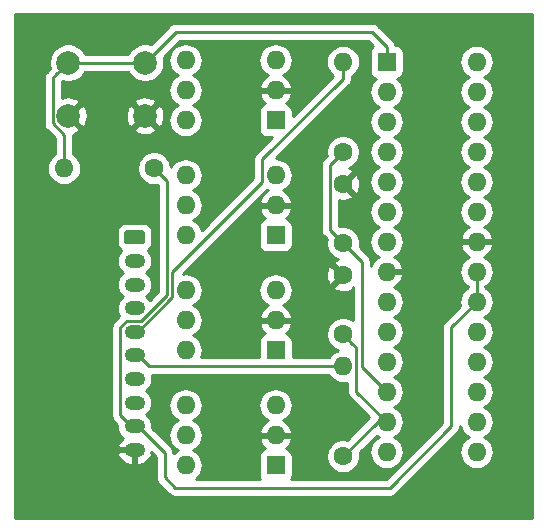
<source format=gbr>
G04 #@! TF.GenerationSoftware,KiCad,Pcbnew,(5.1.2)-1*
G04 #@! TF.CreationDate,2019-12-30T19:16:01+01:00*
G04 #@! TF.ProjectId,Winner_RGB_M3A_MOD,57696e6e-6572-45f5-9247-425f4d33415f,rev?*
G04 #@! TF.SameCoordinates,Original*
G04 #@! TF.FileFunction,Copper,L2,Bot*
G04 #@! TF.FilePolarity,Positive*
%FSLAX46Y46*%
G04 Gerber Fmt 4.6, Leading zero omitted, Abs format (unit mm)*
G04 Created by KiCad (PCBNEW (5.1.2)-1) date 2019-12-30 19:16:01*
%MOMM*%
%LPD*%
G04 APERTURE LIST*
%ADD10O,1.750000X1.200000*%
%ADD11C,0.100000*%
%ADD12C,1.200000*%
%ADD13O,1.600000X1.600000*%
%ADD14R,1.600000X1.600000*%
%ADD15C,1.600000*%
%ADD16C,2.000000*%
%ADD17C,0.250000*%
%ADD18C,0.254000*%
G04 APERTURE END LIST*
D10*
X88138000Y-112869000D03*
X88138000Y-110869000D03*
X88138000Y-108869000D03*
X88138000Y-106869000D03*
X88138000Y-104869000D03*
X88138000Y-102869000D03*
X88138000Y-100869000D03*
X88138000Y-98869000D03*
X88138000Y-96869000D03*
D11*
G36*
X88787505Y-94270204D02*
G01*
X88811773Y-94273804D01*
X88835572Y-94279765D01*
X88858671Y-94288030D01*
X88880850Y-94298520D01*
X88901893Y-94311132D01*
X88921599Y-94325747D01*
X88939777Y-94342223D01*
X88956253Y-94360401D01*
X88970868Y-94380107D01*
X88983480Y-94401150D01*
X88993970Y-94423329D01*
X89002235Y-94446428D01*
X89008196Y-94470227D01*
X89011796Y-94494495D01*
X89013000Y-94518999D01*
X89013000Y-95219001D01*
X89011796Y-95243505D01*
X89008196Y-95267773D01*
X89002235Y-95291572D01*
X88993970Y-95314671D01*
X88983480Y-95336850D01*
X88970868Y-95357893D01*
X88956253Y-95377599D01*
X88939777Y-95395777D01*
X88921599Y-95412253D01*
X88901893Y-95426868D01*
X88880850Y-95439480D01*
X88858671Y-95449970D01*
X88835572Y-95458235D01*
X88811773Y-95464196D01*
X88787505Y-95467796D01*
X88763001Y-95469000D01*
X87512999Y-95469000D01*
X87488495Y-95467796D01*
X87464227Y-95464196D01*
X87440428Y-95458235D01*
X87417329Y-95449970D01*
X87395150Y-95439480D01*
X87374107Y-95426868D01*
X87354401Y-95412253D01*
X87336223Y-95395777D01*
X87319747Y-95377599D01*
X87305132Y-95357893D01*
X87292520Y-95336850D01*
X87282030Y-95314671D01*
X87273765Y-95291572D01*
X87267804Y-95267773D01*
X87264204Y-95243505D01*
X87263000Y-95219001D01*
X87263000Y-94518999D01*
X87264204Y-94494495D01*
X87267804Y-94470227D01*
X87273765Y-94446428D01*
X87282030Y-94423329D01*
X87292520Y-94401150D01*
X87305132Y-94380107D01*
X87319747Y-94360401D01*
X87336223Y-94342223D01*
X87354401Y-94325747D01*
X87374107Y-94311132D01*
X87395150Y-94298520D01*
X87417329Y-94288030D01*
X87440428Y-94279765D01*
X87464227Y-94273804D01*
X87488495Y-94270204D01*
X87512999Y-94269000D01*
X88763001Y-94269000D01*
X88787505Y-94270204D01*
X88787505Y-94270204D01*
G37*
D12*
X88138000Y-94869000D03*
D13*
X92456000Y-114173000D03*
X100076000Y-109093000D03*
X92456000Y-111633000D03*
X100076000Y-111633000D03*
X92456000Y-109093000D03*
D14*
X100076000Y-114173000D03*
D15*
X105791000Y-98070666D03*
X105791000Y-103070666D03*
D16*
X82527000Y-84582000D03*
X82527000Y-80082000D03*
X89027000Y-84582000D03*
X89027000Y-80082000D03*
D13*
X92456000Y-94699666D03*
X100076000Y-89619666D03*
X92456000Y-92159666D03*
X100076000Y-92159666D03*
X92456000Y-89619666D03*
D14*
X100076000Y-94699666D03*
D13*
X82169000Y-89027000D03*
D15*
X89789000Y-89027000D03*
D13*
X105791000Y-80010000D03*
D15*
X105791000Y-87630000D03*
D13*
X105791000Y-105791000D03*
D15*
X105791000Y-113411000D03*
X105791000Y-90350333D03*
X105791000Y-95350333D03*
D13*
X117094000Y-80010000D03*
X109474000Y-113030000D03*
X117094000Y-82550000D03*
X109474000Y-110490000D03*
X117094000Y-85090000D03*
X109474000Y-107950000D03*
X117094000Y-87630000D03*
X109474000Y-105410000D03*
X117094000Y-90170000D03*
X109474000Y-102870000D03*
X117094000Y-92710000D03*
X109474000Y-100330000D03*
X117094000Y-95250000D03*
X109474000Y-97790000D03*
X117094000Y-97790000D03*
X109474000Y-95250000D03*
X117094000Y-100330000D03*
X109474000Y-92710000D03*
X117094000Y-102870000D03*
X109474000Y-90170000D03*
X117094000Y-105410000D03*
X109474000Y-87630000D03*
X117094000Y-107950000D03*
X109474000Y-85090000D03*
X117094000Y-110490000D03*
X109474000Y-82550000D03*
X117094000Y-113030000D03*
D14*
X109474000Y-80010000D03*
D13*
X92456000Y-104436332D03*
X100076000Y-99356332D03*
X92456000Y-101896332D03*
X100076000Y-101896332D03*
X92456000Y-99356332D03*
D14*
X100076000Y-104436332D03*
D13*
X92456000Y-84963000D03*
X100076000Y-79883000D03*
X92456000Y-82423000D03*
X100076000Y-82423000D03*
X92456000Y-79883000D03*
D14*
X100076000Y-84963000D03*
D17*
X117094000Y-99198630D02*
X117094000Y-97790000D01*
X117094000Y-100330000D02*
X117094000Y-99198630D01*
X114935000Y-110871000D02*
X114935000Y-102489000D01*
X114935000Y-102489000D02*
X117094000Y-100330000D01*
X88413000Y-110869000D02*
X90678000Y-113134000D01*
X88138000Y-110869000D02*
X88413000Y-110869000D01*
X90678000Y-113134000D02*
X90678000Y-115189000D01*
X90678000Y-115189000D02*
X91567000Y-116078000D01*
X91567000Y-116078000D02*
X109728000Y-116078000D01*
X109728000Y-116078000D02*
X114935000Y-110871000D01*
X90880989Y-90118989D02*
X89789000Y-89027000D01*
X90880989Y-99764601D02*
X90880989Y-90118989D01*
X87863000Y-110869000D02*
X86937990Y-109943990D01*
X88138000Y-110869000D02*
X87863000Y-110869000D01*
X86937990Y-109943990D02*
X86937990Y-102485849D01*
X86937990Y-102485849D02*
X87479849Y-101943990D01*
X87479849Y-101943990D02*
X88701600Y-101943990D01*
X88701600Y-101943990D02*
X90880989Y-99764601D01*
X108712000Y-110490000D02*
X109474000Y-110490000D01*
X105791000Y-113411000D02*
X108712000Y-110490000D01*
X106590999Y-103870665D02*
X105791000Y-103070666D01*
X106916001Y-104195667D02*
X106590999Y-103870665D01*
X106916001Y-107932001D02*
X106916001Y-104195667D01*
X109474000Y-110490000D02*
X106916001Y-107932001D01*
X106590999Y-96150332D02*
X105791000Y-95350333D01*
X107366011Y-96925344D02*
X106590999Y-96150332D01*
X107366011Y-105842011D02*
X107366011Y-96925344D01*
X109474000Y-107950000D02*
X107366011Y-105842011D01*
X104991001Y-94550334D02*
X105791000Y-95350333D01*
X104665999Y-94225332D02*
X104991001Y-94550334D01*
X104665999Y-88755001D02*
X104665999Y-94225332D01*
X105791000Y-87630000D02*
X104665999Y-88755001D01*
X104659630Y-105791000D02*
X105791000Y-105791000D01*
X89335000Y-105791000D02*
X104659630Y-105791000D01*
X88413000Y-104869000D02*
X89335000Y-105791000D01*
X88138000Y-104869000D02*
X88413000Y-104869000D01*
X88138000Y-102869000D02*
X88138000Y-102452161D01*
X105791000Y-81141370D02*
X105791000Y-80010000D01*
X105791000Y-81433002D02*
X105791000Y-81141370D01*
X98950999Y-88273003D02*
X105791000Y-81433002D01*
X98950999Y-90152001D02*
X98950999Y-88273003D01*
X91330999Y-97772001D02*
X98950999Y-90152001D01*
X91330999Y-99951001D02*
X91330999Y-97772001D01*
X88413000Y-102869000D02*
X91330999Y-99951001D01*
X88138000Y-102869000D02*
X88413000Y-102869000D01*
X81527001Y-81081999D02*
X82527000Y-80082000D01*
X81201999Y-81407001D02*
X81527001Y-81081999D01*
X81201999Y-85218001D02*
X81201999Y-81407001D01*
X82169000Y-86185002D02*
X81201999Y-85218001D01*
X82169000Y-89027000D02*
X82169000Y-86185002D01*
X83941213Y-80082000D02*
X89027000Y-80082000D01*
X82527000Y-80082000D02*
X83941213Y-80082000D01*
X109474000Y-78740000D02*
X109474000Y-80010000D01*
X108204000Y-77470000D02*
X109474000Y-78740000D01*
X89027000Y-80082000D02*
X91639000Y-77470000D01*
X91639000Y-77470000D02*
X108204000Y-77470000D01*
D18*
G36*
X121793000Y-118618000D02*
G01*
X77978000Y-118618000D01*
X77978000Y-113186609D01*
X86669538Y-113186609D01*
X86673409Y-113224282D01*
X86765579Y-113449533D01*
X86899922Y-113652474D01*
X87071275Y-113825307D01*
X87273054Y-113961390D01*
X87497504Y-114055493D01*
X87736000Y-114104000D01*
X88011000Y-114104000D01*
X88011000Y-112996000D01*
X86794269Y-112996000D01*
X86669538Y-113186609D01*
X77978000Y-113186609D01*
X77978000Y-81407001D01*
X80438323Y-81407001D01*
X80442000Y-81444333D01*
X80441999Y-85180678D01*
X80438323Y-85218001D01*
X80441999Y-85255323D01*
X80441999Y-85255333D01*
X80452996Y-85366986D01*
X80487113Y-85479456D01*
X80496453Y-85510247D01*
X80567025Y-85642277D01*
X80569261Y-85645001D01*
X80661998Y-85758002D01*
X80691001Y-85781805D01*
X81409001Y-86499805D01*
X81409000Y-87806099D01*
X81367899Y-87828068D01*
X81149392Y-88007392D01*
X80970068Y-88225899D01*
X80836818Y-88475192D01*
X80754764Y-88745691D01*
X80727057Y-89027000D01*
X80754764Y-89308309D01*
X80836818Y-89578808D01*
X80970068Y-89828101D01*
X81149392Y-90046608D01*
X81367899Y-90225932D01*
X81617192Y-90359182D01*
X81887691Y-90441236D01*
X82098508Y-90462000D01*
X82239492Y-90462000D01*
X82450309Y-90441236D01*
X82720808Y-90359182D01*
X82970101Y-90225932D01*
X83188608Y-90046608D01*
X83367932Y-89828101D01*
X83501182Y-89578808D01*
X83583236Y-89308309D01*
X83610943Y-89027000D01*
X83583236Y-88745691D01*
X83501182Y-88475192D01*
X83367932Y-88225899D01*
X83188608Y-88007392D01*
X82970101Y-87828068D01*
X82929000Y-87806099D01*
X82929000Y-86222325D01*
X82932676Y-86185002D01*
X82931406Y-86172108D01*
X83213088Y-86074795D01*
X83387044Y-85981814D01*
X83482808Y-85717413D01*
X88071192Y-85717413D01*
X88166956Y-85981814D01*
X88456571Y-86122704D01*
X88768108Y-86204384D01*
X89089595Y-86223718D01*
X89408675Y-86179961D01*
X89713088Y-86074795D01*
X89887044Y-85981814D01*
X89982808Y-85717413D01*
X89027000Y-84761605D01*
X88071192Y-85717413D01*
X83482808Y-85717413D01*
X82527000Y-84761605D01*
X82512858Y-84775748D01*
X82333253Y-84596143D01*
X82347395Y-84582000D01*
X82706605Y-84582000D01*
X83662413Y-85537808D01*
X83926814Y-85442044D01*
X84067704Y-85152429D01*
X84149384Y-84840892D01*
X84161189Y-84644595D01*
X87385282Y-84644595D01*
X87429039Y-84963675D01*
X87534205Y-85268088D01*
X87627186Y-85442044D01*
X87891587Y-85537808D01*
X88847395Y-84582000D01*
X89206605Y-84582000D01*
X90162413Y-85537808D01*
X90426814Y-85442044D01*
X90567704Y-85152429D01*
X90649384Y-84840892D01*
X90668718Y-84519405D01*
X90624961Y-84200325D01*
X90519795Y-83895912D01*
X90426814Y-83721956D01*
X90162413Y-83626192D01*
X89206605Y-84582000D01*
X88847395Y-84582000D01*
X87891587Y-83626192D01*
X87627186Y-83721956D01*
X87486296Y-84011571D01*
X87404616Y-84323108D01*
X87385282Y-84644595D01*
X84161189Y-84644595D01*
X84168718Y-84519405D01*
X84124961Y-84200325D01*
X84019795Y-83895912D01*
X83926814Y-83721956D01*
X83662413Y-83626192D01*
X82706605Y-84582000D01*
X82347395Y-84582000D01*
X82333253Y-84567858D01*
X82512858Y-84388253D01*
X82527000Y-84402395D01*
X83482808Y-83446587D01*
X88071192Y-83446587D01*
X89027000Y-84402395D01*
X89982808Y-83446587D01*
X89887044Y-83182186D01*
X89597429Y-83041296D01*
X89285892Y-82959616D01*
X88964405Y-82940282D01*
X88645325Y-82984039D01*
X88340912Y-83089205D01*
X88166956Y-83182186D01*
X88071192Y-83446587D01*
X83482808Y-83446587D01*
X83387044Y-83182186D01*
X83097429Y-83041296D01*
X82785892Y-82959616D01*
X82464405Y-82940282D01*
X82145325Y-82984039D01*
X81961999Y-83047373D01*
X81961999Y-81721802D01*
X82035624Y-81648177D01*
X82050088Y-81654168D01*
X82365967Y-81717000D01*
X82688033Y-81717000D01*
X83003912Y-81654168D01*
X83301463Y-81530918D01*
X83569252Y-81351987D01*
X83796987Y-81124252D01*
X83975918Y-80856463D01*
X83981909Y-80842000D01*
X87572091Y-80842000D01*
X87578082Y-80856463D01*
X87757013Y-81124252D01*
X87984748Y-81351987D01*
X88252537Y-81530918D01*
X88550088Y-81654168D01*
X88865967Y-81717000D01*
X89188033Y-81717000D01*
X89503912Y-81654168D01*
X89801463Y-81530918D01*
X90069252Y-81351987D01*
X90296987Y-81124252D01*
X90475918Y-80856463D01*
X90599168Y-80558912D01*
X90662000Y-80243033D01*
X90662000Y-79920967D01*
X90654448Y-79883000D01*
X91014057Y-79883000D01*
X91041764Y-80164309D01*
X91123818Y-80434808D01*
X91257068Y-80684101D01*
X91436392Y-80902608D01*
X91654899Y-81081932D01*
X91787858Y-81153000D01*
X91654899Y-81224068D01*
X91436392Y-81403392D01*
X91257068Y-81621899D01*
X91123818Y-81871192D01*
X91041764Y-82141691D01*
X91014057Y-82423000D01*
X91041764Y-82704309D01*
X91123818Y-82974808D01*
X91257068Y-83224101D01*
X91436392Y-83442608D01*
X91654899Y-83621932D01*
X91787858Y-83693000D01*
X91654899Y-83764068D01*
X91436392Y-83943392D01*
X91257068Y-84161899D01*
X91123818Y-84411192D01*
X91041764Y-84681691D01*
X91014057Y-84963000D01*
X91041764Y-85244309D01*
X91123818Y-85514808D01*
X91257068Y-85764101D01*
X91436392Y-85982608D01*
X91654899Y-86161932D01*
X91904192Y-86295182D01*
X92174691Y-86377236D01*
X92385508Y-86398000D01*
X92526492Y-86398000D01*
X92737309Y-86377236D01*
X93007808Y-86295182D01*
X93257101Y-86161932D01*
X93475608Y-85982608D01*
X93654932Y-85764101D01*
X93788182Y-85514808D01*
X93870236Y-85244309D01*
X93897943Y-84963000D01*
X93870236Y-84681691D01*
X93788182Y-84411192D01*
X93654932Y-84161899D01*
X93475608Y-83943392D01*
X93257101Y-83764068D01*
X93124142Y-83693000D01*
X93257101Y-83621932D01*
X93475608Y-83442608D01*
X93654932Y-83224101D01*
X93788182Y-82974808D01*
X93870236Y-82704309D01*
X93897943Y-82423000D01*
X93870236Y-82141691D01*
X93788182Y-81871192D01*
X93654932Y-81621899D01*
X93475608Y-81403392D01*
X93257101Y-81224068D01*
X93124142Y-81153000D01*
X93257101Y-81081932D01*
X93475608Y-80902608D01*
X93654932Y-80684101D01*
X93788182Y-80434808D01*
X93870236Y-80164309D01*
X93897943Y-79883000D01*
X98634057Y-79883000D01*
X98661764Y-80164309D01*
X98743818Y-80434808D01*
X98877068Y-80684101D01*
X99056392Y-80902608D01*
X99274899Y-81081932D01*
X99412682Y-81155579D01*
X99220869Y-81270615D01*
X99012481Y-81459586D01*
X98844963Y-81685580D01*
X98724754Y-81939913D01*
X98684096Y-82073961D01*
X98806085Y-82296000D01*
X99949000Y-82296000D01*
X99949000Y-82276000D01*
X100203000Y-82276000D01*
X100203000Y-82296000D01*
X101345915Y-82296000D01*
X101467904Y-82073961D01*
X101427246Y-81939913D01*
X101307037Y-81685580D01*
X101139519Y-81459586D01*
X100931131Y-81270615D01*
X100739318Y-81155579D01*
X100877101Y-81081932D01*
X101095608Y-80902608D01*
X101274932Y-80684101D01*
X101408182Y-80434808D01*
X101490236Y-80164309D01*
X101517943Y-79883000D01*
X101490236Y-79601691D01*
X101408182Y-79331192D01*
X101274932Y-79081899D01*
X101095608Y-78863392D01*
X100877101Y-78684068D01*
X100627808Y-78550818D01*
X100357309Y-78468764D01*
X100146492Y-78448000D01*
X100005508Y-78448000D01*
X99794691Y-78468764D01*
X99524192Y-78550818D01*
X99274899Y-78684068D01*
X99056392Y-78863392D01*
X98877068Y-79081899D01*
X98743818Y-79331192D01*
X98661764Y-79601691D01*
X98634057Y-79883000D01*
X93897943Y-79883000D01*
X93870236Y-79601691D01*
X93788182Y-79331192D01*
X93654932Y-79081899D01*
X93475608Y-78863392D01*
X93257101Y-78684068D01*
X93007808Y-78550818D01*
X92737309Y-78468764D01*
X92526492Y-78448000D01*
X92385508Y-78448000D01*
X92174691Y-78468764D01*
X91904192Y-78550818D01*
X91654899Y-78684068D01*
X91436392Y-78863392D01*
X91257068Y-79081899D01*
X91123818Y-79331192D01*
X91041764Y-79601691D01*
X91014057Y-79883000D01*
X90654448Y-79883000D01*
X90599168Y-79605088D01*
X90593177Y-79590624D01*
X91953802Y-78230000D01*
X107889199Y-78230000D01*
X108331989Y-78672791D01*
X108319506Y-78679463D01*
X108222815Y-78758815D01*
X108143463Y-78855506D01*
X108084498Y-78965820D01*
X108048188Y-79085518D01*
X108035928Y-79210000D01*
X108035928Y-80810000D01*
X108048188Y-80934482D01*
X108084498Y-81054180D01*
X108143463Y-81164494D01*
X108222815Y-81261185D01*
X108319506Y-81340537D01*
X108429820Y-81399502D01*
X108549518Y-81435812D01*
X108567482Y-81437581D01*
X108454392Y-81530392D01*
X108275068Y-81748899D01*
X108141818Y-81998192D01*
X108059764Y-82268691D01*
X108032057Y-82550000D01*
X108059764Y-82831309D01*
X108141818Y-83101808D01*
X108275068Y-83351101D01*
X108454392Y-83569608D01*
X108672899Y-83748932D01*
X108805858Y-83820000D01*
X108672899Y-83891068D01*
X108454392Y-84070392D01*
X108275068Y-84288899D01*
X108141818Y-84538192D01*
X108059764Y-84808691D01*
X108032057Y-85090000D01*
X108059764Y-85371309D01*
X108141818Y-85641808D01*
X108275068Y-85891101D01*
X108454392Y-86109608D01*
X108672899Y-86288932D01*
X108805858Y-86360000D01*
X108672899Y-86431068D01*
X108454392Y-86610392D01*
X108275068Y-86828899D01*
X108141818Y-87078192D01*
X108059764Y-87348691D01*
X108032057Y-87630000D01*
X108059764Y-87911309D01*
X108141818Y-88181808D01*
X108275068Y-88431101D01*
X108454392Y-88649608D01*
X108672899Y-88828932D01*
X108805858Y-88900000D01*
X108672899Y-88971068D01*
X108454392Y-89150392D01*
X108275068Y-89368899D01*
X108141818Y-89618192D01*
X108059764Y-89888691D01*
X108032057Y-90170000D01*
X108059764Y-90451309D01*
X108141818Y-90721808D01*
X108275068Y-90971101D01*
X108454392Y-91189608D01*
X108672899Y-91368932D01*
X108805858Y-91440000D01*
X108672899Y-91511068D01*
X108454392Y-91690392D01*
X108275068Y-91908899D01*
X108141818Y-92158192D01*
X108059764Y-92428691D01*
X108032057Y-92710000D01*
X108059764Y-92991309D01*
X108141818Y-93261808D01*
X108275068Y-93511101D01*
X108454392Y-93729608D01*
X108672899Y-93908932D01*
X108805858Y-93980000D01*
X108672899Y-94051068D01*
X108454392Y-94230392D01*
X108275068Y-94448899D01*
X108141818Y-94698192D01*
X108059764Y-94968691D01*
X108032057Y-95250000D01*
X108059764Y-95531309D01*
X108141818Y-95801808D01*
X108275068Y-96051101D01*
X108454392Y-96269608D01*
X108672899Y-96448932D01*
X108810682Y-96522579D01*
X108618869Y-96637615D01*
X108410481Y-96826586D01*
X108242963Y-97052580D01*
X108126011Y-97300022D01*
X108126011Y-96962666D01*
X108129687Y-96925343D01*
X108126011Y-96888020D01*
X108126011Y-96888011D01*
X108115014Y-96776358D01*
X108071557Y-96633097D01*
X108000985Y-96501068D01*
X107965491Y-96457818D01*
X107929810Y-96414340D01*
X107929806Y-96414336D01*
X107906012Y-96385343D01*
X107877019Y-96361549D01*
X107189688Y-95674220D01*
X107226000Y-95491668D01*
X107226000Y-95208998D01*
X107170853Y-94931759D01*
X107062680Y-94670606D01*
X106905637Y-94435574D01*
X106705759Y-94235696D01*
X106470727Y-94078653D01*
X106209574Y-93970480D01*
X105932335Y-93915333D01*
X105649665Y-93915333D01*
X105467113Y-93951645D01*
X105425999Y-93910531D01*
X105425999Y-91738235D01*
X105579184Y-91776633D01*
X105861512Y-91790550D01*
X106141130Y-91749120D01*
X106407292Y-91653936D01*
X106532514Y-91587004D01*
X106604097Y-91343035D01*
X105791000Y-90529938D01*
X105776858Y-90544081D01*
X105597253Y-90364476D01*
X105611395Y-90350333D01*
X105970605Y-90350333D01*
X106783702Y-91163430D01*
X107027671Y-91091847D01*
X107148571Y-90836337D01*
X107217300Y-90562149D01*
X107231217Y-90279821D01*
X107189787Y-90000203D01*
X107094603Y-89734041D01*
X107027671Y-89608819D01*
X106783702Y-89537236D01*
X105970605Y-90350333D01*
X105611395Y-90350333D01*
X105597253Y-90336191D01*
X105776858Y-90156586D01*
X105791000Y-90170728D01*
X106604097Y-89357631D01*
X106532514Y-89113662D01*
X106277004Y-88992762D01*
X106260701Y-88988675D01*
X106470727Y-88901680D01*
X106705759Y-88744637D01*
X106905637Y-88544759D01*
X107062680Y-88309727D01*
X107170853Y-88048574D01*
X107226000Y-87771335D01*
X107226000Y-87488665D01*
X107170853Y-87211426D01*
X107062680Y-86950273D01*
X106905637Y-86715241D01*
X106705759Y-86515363D01*
X106470727Y-86358320D01*
X106209574Y-86250147D01*
X105932335Y-86195000D01*
X105649665Y-86195000D01*
X105372426Y-86250147D01*
X105111273Y-86358320D01*
X104876241Y-86515363D01*
X104676363Y-86715241D01*
X104519320Y-86950273D01*
X104411147Y-87211426D01*
X104356000Y-87488665D01*
X104356000Y-87771335D01*
X104392312Y-87953887D01*
X104155001Y-88191197D01*
X104125998Y-88215000D01*
X104086340Y-88263324D01*
X104031025Y-88330725D01*
X104022180Y-88347273D01*
X103960453Y-88462755D01*
X103916996Y-88606016D01*
X103905999Y-88717669D01*
X103905999Y-88717679D01*
X103902323Y-88755001D01*
X103905999Y-88792324D01*
X103906000Y-94188000D01*
X103902323Y-94225332D01*
X103916997Y-94374317D01*
X103960453Y-94517578D01*
X104031025Y-94649608D01*
X104084986Y-94715359D01*
X104125999Y-94765333D01*
X104154997Y-94789131D01*
X104392312Y-95026446D01*
X104356000Y-95208998D01*
X104356000Y-95491668D01*
X104411147Y-95768907D01*
X104519320Y-96030060D01*
X104676363Y-96265092D01*
X104876241Y-96464970D01*
X105111273Y-96622013D01*
X105328595Y-96712031D01*
X105174708Y-96767063D01*
X105049486Y-96833995D01*
X104977903Y-97077964D01*
X105791000Y-97891061D01*
X105805143Y-97876919D01*
X105984748Y-98056524D01*
X105970605Y-98070666D01*
X105984748Y-98084809D01*
X105805143Y-98264414D01*
X105791000Y-98250271D01*
X104977903Y-99063368D01*
X105049486Y-99307337D01*
X105304996Y-99428237D01*
X105579184Y-99496966D01*
X105861512Y-99510883D01*
X106141130Y-99469453D01*
X106407292Y-99374269D01*
X106532514Y-99307337D01*
X106604097Y-99063370D01*
X106606012Y-99065285D01*
X106606011Y-101889380D01*
X106470727Y-101798986D01*
X106209574Y-101690813D01*
X105932335Y-101635666D01*
X105649665Y-101635666D01*
X105372426Y-101690813D01*
X105111273Y-101798986D01*
X104876241Y-101956029D01*
X104676363Y-102155907D01*
X104519320Y-102390939D01*
X104411147Y-102652092D01*
X104356000Y-102929331D01*
X104356000Y-103212001D01*
X104411147Y-103489240D01*
X104519320Y-103750393D01*
X104676363Y-103985425D01*
X104876241Y-104185303D01*
X105111273Y-104342346D01*
X105327668Y-104431980D01*
X105239192Y-104458818D01*
X104989899Y-104592068D01*
X104771392Y-104771392D01*
X104592068Y-104989899D01*
X104570099Y-105031000D01*
X101514072Y-105031000D01*
X101514072Y-103636332D01*
X101501812Y-103511850D01*
X101465502Y-103392152D01*
X101406537Y-103281838D01*
X101327185Y-103185147D01*
X101230494Y-103105795D01*
X101120180Y-103046830D01*
X101000482Y-103010520D01*
X100975920Y-103008101D01*
X101139519Y-102859746D01*
X101307037Y-102633752D01*
X101427246Y-102379419D01*
X101467904Y-102245371D01*
X101345915Y-102023332D01*
X100203000Y-102023332D01*
X100203000Y-102043332D01*
X99949000Y-102043332D01*
X99949000Y-102023332D01*
X98806085Y-102023332D01*
X98684096Y-102245371D01*
X98724754Y-102379419D01*
X98844963Y-102633752D01*
X99012481Y-102859746D01*
X99176080Y-103008101D01*
X99151518Y-103010520D01*
X99031820Y-103046830D01*
X98921506Y-103105795D01*
X98824815Y-103185147D01*
X98745463Y-103281838D01*
X98686498Y-103392152D01*
X98650188Y-103511850D01*
X98637928Y-103636332D01*
X98637928Y-105031000D01*
X93765273Y-105031000D01*
X93788182Y-104988140D01*
X93870236Y-104717641D01*
X93897943Y-104436332D01*
X93870236Y-104155023D01*
X93788182Y-103884524D01*
X93654932Y-103635231D01*
X93475608Y-103416724D01*
X93257101Y-103237400D01*
X93124142Y-103166332D01*
X93257101Y-103095264D01*
X93475608Y-102915940D01*
X93654932Y-102697433D01*
X93788182Y-102448140D01*
X93870236Y-102177641D01*
X93897943Y-101896332D01*
X93870236Y-101615023D01*
X93788182Y-101344524D01*
X93654932Y-101095231D01*
X93475608Y-100876724D01*
X93257101Y-100697400D01*
X93124142Y-100626332D01*
X93257101Y-100555264D01*
X93475608Y-100375940D01*
X93654932Y-100157433D01*
X93788182Y-99908140D01*
X93870236Y-99637641D01*
X93897943Y-99356332D01*
X98634057Y-99356332D01*
X98661764Y-99637641D01*
X98743818Y-99908140D01*
X98877068Y-100157433D01*
X99056392Y-100375940D01*
X99274899Y-100555264D01*
X99412682Y-100628911D01*
X99220869Y-100743947D01*
X99012481Y-100932918D01*
X98844963Y-101158912D01*
X98724754Y-101413245D01*
X98684096Y-101547293D01*
X98806085Y-101769332D01*
X99949000Y-101769332D01*
X99949000Y-101749332D01*
X100203000Y-101749332D01*
X100203000Y-101769332D01*
X101345915Y-101769332D01*
X101467904Y-101547293D01*
X101427246Y-101413245D01*
X101307037Y-101158912D01*
X101139519Y-100932918D01*
X100931131Y-100743947D01*
X100739318Y-100628911D01*
X100877101Y-100555264D01*
X101095608Y-100375940D01*
X101274932Y-100157433D01*
X101408182Y-99908140D01*
X101490236Y-99637641D01*
X101517943Y-99356332D01*
X101490236Y-99075023D01*
X101408182Y-98804524D01*
X101274932Y-98555231D01*
X101095608Y-98336724D01*
X100877101Y-98157400D01*
X100846752Y-98141178D01*
X104350783Y-98141178D01*
X104392213Y-98420796D01*
X104487397Y-98686958D01*
X104554329Y-98812180D01*
X104798298Y-98883763D01*
X105611395Y-98070666D01*
X104798298Y-97257569D01*
X104554329Y-97329152D01*
X104433429Y-97584662D01*
X104364700Y-97858850D01*
X104350783Y-98141178D01*
X100846752Y-98141178D01*
X100627808Y-98024150D01*
X100357309Y-97942096D01*
X100146492Y-97921332D01*
X100005508Y-97921332D01*
X99794691Y-97942096D01*
X99524192Y-98024150D01*
X99274899Y-98157400D01*
X99056392Y-98336724D01*
X98877068Y-98555231D01*
X98743818Y-98804524D01*
X98661764Y-99075023D01*
X98634057Y-99356332D01*
X93897943Y-99356332D01*
X93870236Y-99075023D01*
X93788182Y-98804524D01*
X93654932Y-98555231D01*
X93475608Y-98336724D01*
X93257101Y-98157400D01*
X93007808Y-98024150D01*
X92737309Y-97942096D01*
X92526492Y-97921332D01*
X92385508Y-97921332D01*
X92242371Y-97935430D01*
X96278135Y-93899666D01*
X98637928Y-93899666D01*
X98637928Y-95499666D01*
X98650188Y-95624148D01*
X98686498Y-95743846D01*
X98745463Y-95854160D01*
X98824815Y-95950851D01*
X98921506Y-96030203D01*
X99031820Y-96089168D01*
X99151518Y-96125478D01*
X99276000Y-96137738D01*
X100876000Y-96137738D01*
X101000482Y-96125478D01*
X101120180Y-96089168D01*
X101230494Y-96030203D01*
X101327185Y-95950851D01*
X101406537Y-95854160D01*
X101465502Y-95743846D01*
X101501812Y-95624148D01*
X101514072Y-95499666D01*
X101514072Y-93899666D01*
X101501812Y-93775184D01*
X101465502Y-93655486D01*
X101406537Y-93545172D01*
X101327185Y-93448481D01*
X101230494Y-93369129D01*
X101120180Y-93310164D01*
X101000482Y-93273854D01*
X100975920Y-93271435D01*
X101139519Y-93123080D01*
X101307037Y-92897086D01*
X101427246Y-92642753D01*
X101467904Y-92508705D01*
X101345915Y-92286666D01*
X100203000Y-92286666D01*
X100203000Y-92306666D01*
X99949000Y-92306666D01*
X99949000Y-92286666D01*
X98806085Y-92286666D01*
X98684096Y-92508705D01*
X98724754Y-92642753D01*
X98844963Y-92897086D01*
X99012481Y-93123080D01*
X99176080Y-93271435D01*
X99151518Y-93273854D01*
X99031820Y-93310164D01*
X98921506Y-93369129D01*
X98824815Y-93448481D01*
X98745463Y-93545172D01*
X98686498Y-93655486D01*
X98650188Y-93775184D01*
X98637928Y-93899666D01*
X96278135Y-93899666D01*
X99329838Y-90847964D01*
X99412682Y-90892245D01*
X99220869Y-91007281D01*
X99012481Y-91196252D01*
X98844963Y-91422246D01*
X98724754Y-91676579D01*
X98684096Y-91810627D01*
X98806085Y-92032666D01*
X99949000Y-92032666D01*
X99949000Y-92012666D01*
X100203000Y-92012666D01*
X100203000Y-92032666D01*
X101345915Y-92032666D01*
X101467904Y-91810627D01*
X101427246Y-91676579D01*
X101307037Y-91422246D01*
X101139519Y-91196252D01*
X100931131Y-91007281D01*
X100739318Y-90892245D01*
X100877101Y-90818598D01*
X101095608Y-90639274D01*
X101274932Y-90420767D01*
X101408182Y-90171474D01*
X101490236Y-89900975D01*
X101517943Y-89619666D01*
X101490236Y-89338357D01*
X101408182Y-89067858D01*
X101274932Y-88818565D01*
X101095608Y-88600058D01*
X100877101Y-88420734D01*
X100627808Y-88287484D01*
X100357309Y-88205430D01*
X100146492Y-88184666D01*
X100114137Y-88184666D01*
X106302004Y-81996800D01*
X106331001Y-81973003D01*
X106425974Y-81857278D01*
X106496546Y-81725249D01*
X106540003Y-81581988D01*
X106551000Y-81470335D01*
X106551000Y-81470326D01*
X106554676Y-81433003D01*
X106551000Y-81395680D01*
X106551000Y-81230901D01*
X106592101Y-81208932D01*
X106810608Y-81029608D01*
X106989932Y-80811101D01*
X107123182Y-80561808D01*
X107205236Y-80291309D01*
X107232943Y-80010000D01*
X107205236Y-79728691D01*
X107123182Y-79458192D01*
X106989932Y-79208899D01*
X106810608Y-78990392D01*
X106592101Y-78811068D01*
X106342808Y-78677818D01*
X106072309Y-78595764D01*
X105861492Y-78575000D01*
X105720508Y-78575000D01*
X105509691Y-78595764D01*
X105239192Y-78677818D01*
X104989899Y-78811068D01*
X104771392Y-78990392D01*
X104592068Y-79208899D01*
X104458818Y-79458192D01*
X104376764Y-79728691D01*
X104349057Y-80010000D01*
X104376764Y-80291309D01*
X104458818Y-80561808D01*
X104592068Y-80811101D01*
X104771392Y-81029608D01*
X104962639Y-81186561D01*
X101514072Y-84635129D01*
X101514072Y-84163000D01*
X101501812Y-84038518D01*
X101465502Y-83918820D01*
X101406537Y-83808506D01*
X101327185Y-83711815D01*
X101230494Y-83632463D01*
X101120180Y-83573498D01*
X101000482Y-83537188D01*
X100975920Y-83534769D01*
X101139519Y-83386414D01*
X101307037Y-83160420D01*
X101427246Y-82906087D01*
X101467904Y-82772039D01*
X101345915Y-82550000D01*
X100203000Y-82550000D01*
X100203000Y-82570000D01*
X99949000Y-82570000D01*
X99949000Y-82550000D01*
X98806085Y-82550000D01*
X98684096Y-82772039D01*
X98724754Y-82906087D01*
X98844963Y-83160420D01*
X99012481Y-83386414D01*
X99176080Y-83534769D01*
X99151518Y-83537188D01*
X99031820Y-83573498D01*
X98921506Y-83632463D01*
X98824815Y-83711815D01*
X98745463Y-83808506D01*
X98686498Y-83918820D01*
X98650188Y-84038518D01*
X98637928Y-84163000D01*
X98637928Y-85763000D01*
X98650188Y-85887482D01*
X98686498Y-86007180D01*
X98745463Y-86117494D01*
X98824815Y-86214185D01*
X98921506Y-86293537D01*
X99031820Y-86352502D01*
X99151518Y-86388812D01*
X99276000Y-86401072D01*
X99748129Y-86401072D01*
X98439997Y-87709204D01*
X98410999Y-87733002D01*
X98387201Y-87762000D01*
X98387200Y-87762001D01*
X98316025Y-87848727D01*
X98245453Y-87980757D01*
X98242248Y-87991324D01*
X98203208Y-88120027D01*
X98201997Y-88124018D01*
X98187323Y-88273003D01*
X98191000Y-88310335D01*
X98190999Y-89837199D01*
X93809631Y-94218567D01*
X93788182Y-94147858D01*
X93654932Y-93898565D01*
X93475608Y-93680058D01*
X93257101Y-93500734D01*
X93124142Y-93429666D01*
X93257101Y-93358598D01*
X93475608Y-93179274D01*
X93654932Y-92960767D01*
X93788182Y-92711474D01*
X93870236Y-92440975D01*
X93897943Y-92159666D01*
X93870236Y-91878357D01*
X93788182Y-91607858D01*
X93654932Y-91358565D01*
X93475608Y-91140058D01*
X93257101Y-90960734D01*
X93124142Y-90889666D01*
X93257101Y-90818598D01*
X93475608Y-90639274D01*
X93654932Y-90420767D01*
X93788182Y-90171474D01*
X93870236Y-89900975D01*
X93897943Y-89619666D01*
X93870236Y-89338357D01*
X93788182Y-89067858D01*
X93654932Y-88818565D01*
X93475608Y-88600058D01*
X93257101Y-88420734D01*
X93007808Y-88287484D01*
X92737309Y-88205430D01*
X92526492Y-88184666D01*
X92385508Y-88184666D01*
X92174691Y-88205430D01*
X91904192Y-88287484D01*
X91654899Y-88420734D01*
X91436392Y-88600058D01*
X91257068Y-88818565D01*
X91223241Y-88881850D01*
X91168853Y-88608426D01*
X91060680Y-88347273D01*
X90903637Y-88112241D01*
X90703759Y-87912363D01*
X90468727Y-87755320D01*
X90207574Y-87647147D01*
X89930335Y-87592000D01*
X89647665Y-87592000D01*
X89370426Y-87647147D01*
X89109273Y-87755320D01*
X88874241Y-87912363D01*
X88674363Y-88112241D01*
X88517320Y-88347273D01*
X88409147Y-88608426D01*
X88354000Y-88885665D01*
X88354000Y-89168335D01*
X88409147Y-89445574D01*
X88517320Y-89706727D01*
X88674363Y-89941759D01*
X88874241Y-90141637D01*
X89109273Y-90298680D01*
X89370426Y-90406853D01*
X89647665Y-90462000D01*
X89930335Y-90462000D01*
X90112886Y-90425688D01*
X90120990Y-90433792D01*
X90120989Y-99449798D01*
X89420674Y-100150114D01*
X89290502Y-99991498D01*
X89141238Y-99869000D01*
X89290502Y-99746502D01*
X89444833Y-99558449D01*
X89559511Y-99343901D01*
X89630130Y-99111102D01*
X89653975Y-98869000D01*
X89630130Y-98626898D01*
X89559511Y-98394099D01*
X89444833Y-98179551D01*
X89290502Y-97991498D01*
X89141238Y-97869000D01*
X89290502Y-97746502D01*
X89444833Y-97558449D01*
X89559511Y-97343901D01*
X89630130Y-97111102D01*
X89653975Y-96869000D01*
X89630130Y-96626898D01*
X89559511Y-96394099D01*
X89444833Y-96179551D01*
X89290502Y-95991498D01*
X89251889Y-95959809D01*
X89256387Y-95957405D01*
X89390962Y-95846962D01*
X89501405Y-95712387D01*
X89583472Y-95558851D01*
X89634008Y-95392255D01*
X89651072Y-95219001D01*
X89651072Y-94518999D01*
X89634008Y-94345745D01*
X89583472Y-94179149D01*
X89501405Y-94025613D01*
X89390962Y-93891038D01*
X89256387Y-93780595D01*
X89102851Y-93698528D01*
X88936255Y-93647992D01*
X88763001Y-93630928D01*
X87512999Y-93630928D01*
X87339745Y-93647992D01*
X87173149Y-93698528D01*
X87019613Y-93780595D01*
X86885038Y-93891038D01*
X86774595Y-94025613D01*
X86692528Y-94179149D01*
X86641992Y-94345745D01*
X86624928Y-94518999D01*
X86624928Y-95219001D01*
X86641992Y-95392255D01*
X86692528Y-95558851D01*
X86774595Y-95712387D01*
X86885038Y-95846962D01*
X87019613Y-95957405D01*
X87024111Y-95959809D01*
X86985498Y-95991498D01*
X86831167Y-96179551D01*
X86716489Y-96394099D01*
X86645870Y-96626898D01*
X86622025Y-96869000D01*
X86645870Y-97111102D01*
X86716489Y-97343901D01*
X86831167Y-97558449D01*
X86985498Y-97746502D01*
X87134762Y-97869000D01*
X86985498Y-97991498D01*
X86831167Y-98179551D01*
X86716489Y-98394099D01*
X86645870Y-98626898D01*
X86622025Y-98869000D01*
X86645870Y-99111102D01*
X86716489Y-99343901D01*
X86831167Y-99558449D01*
X86985498Y-99746502D01*
X87134762Y-99869000D01*
X86985498Y-99991498D01*
X86831167Y-100179551D01*
X86716489Y-100394099D01*
X86645870Y-100626898D01*
X86622025Y-100869000D01*
X86645870Y-101111102D01*
X86716489Y-101343901D01*
X86817032Y-101532005D01*
X86426988Y-101922050D01*
X86397990Y-101945848D01*
X86374192Y-101974846D01*
X86374191Y-101974847D01*
X86303016Y-102061573D01*
X86232444Y-102193603D01*
X86219512Y-102236236D01*
X86188988Y-102336863D01*
X86178028Y-102448140D01*
X86174314Y-102485849D01*
X86177991Y-102523181D01*
X86177990Y-109906668D01*
X86174314Y-109943990D01*
X86177990Y-109981312D01*
X86177990Y-109981322D01*
X86188987Y-110092975D01*
X86227144Y-110218764D01*
X86232444Y-110236236D01*
X86303016Y-110368266D01*
X86324217Y-110394099D01*
X86397989Y-110483991D01*
X86426992Y-110507793D01*
X86636924Y-110717726D01*
X86622025Y-110869000D01*
X86645870Y-111111102D01*
X86716489Y-111343901D01*
X86831167Y-111558449D01*
X86985498Y-111746502D01*
X87135348Y-111869481D01*
X87071275Y-111912693D01*
X86899922Y-112085526D01*
X86765579Y-112288467D01*
X86673409Y-112513718D01*
X86669538Y-112551391D01*
X86794269Y-112742000D01*
X88011000Y-112742000D01*
X88011000Y-112722000D01*
X88265000Y-112722000D01*
X88265000Y-112742000D01*
X88285000Y-112742000D01*
X88285000Y-112996000D01*
X88265000Y-112996000D01*
X88265000Y-114104000D01*
X88540000Y-114104000D01*
X88778496Y-114055493D01*
X89002946Y-113961390D01*
X89204725Y-113825307D01*
X89376078Y-113652474D01*
X89510421Y-113449533D01*
X89602591Y-113224282D01*
X89606462Y-113186609D01*
X89513033Y-113043835D01*
X89918000Y-113448802D01*
X89918001Y-115151668D01*
X89914324Y-115189000D01*
X89928998Y-115337985D01*
X89972454Y-115481246D01*
X90043026Y-115613276D01*
X90114201Y-115700002D01*
X90138000Y-115729001D01*
X90166998Y-115752799D01*
X91003201Y-116589003D01*
X91026999Y-116618001D01*
X91142724Y-116712974D01*
X91274753Y-116783546D01*
X91418014Y-116827003D01*
X91529667Y-116838000D01*
X91529677Y-116838000D01*
X91567000Y-116841676D01*
X91604323Y-116838000D01*
X109690678Y-116838000D01*
X109728000Y-116841676D01*
X109765322Y-116838000D01*
X109765333Y-116838000D01*
X109876986Y-116827003D01*
X110020247Y-116783546D01*
X110152276Y-116712974D01*
X110268001Y-116618001D01*
X110291804Y-116588997D01*
X115446004Y-111434798D01*
X115475001Y-111411001D01*
X115501332Y-111378917D01*
X115569974Y-111295277D01*
X115640546Y-111163247D01*
X115652156Y-111124974D01*
X115684003Y-111019986D01*
X115695000Y-110908333D01*
X115695000Y-110908323D01*
X115698676Y-110871001D01*
X115695000Y-110833678D01*
X115695000Y-110821536D01*
X115761818Y-111041808D01*
X115895068Y-111291101D01*
X116074392Y-111509608D01*
X116292899Y-111688932D01*
X116425858Y-111760000D01*
X116292899Y-111831068D01*
X116074392Y-112010392D01*
X115895068Y-112228899D01*
X115761818Y-112478192D01*
X115679764Y-112748691D01*
X115652057Y-113030000D01*
X115679764Y-113311309D01*
X115761818Y-113581808D01*
X115895068Y-113831101D01*
X116074392Y-114049608D01*
X116292899Y-114228932D01*
X116542192Y-114362182D01*
X116812691Y-114444236D01*
X117023508Y-114465000D01*
X117164492Y-114465000D01*
X117375309Y-114444236D01*
X117645808Y-114362182D01*
X117895101Y-114228932D01*
X118113608Y-114049608D01*
X118292932Y-113831101D01*
X118426182Y-113581808D01*
X118508236Y-113311309D01*
X118535943Y-113030000D01*
X118508236Y-112748691D01*
X118426182Y-112478192D01*
X118292932Y-112228899D01*
X118113608Y-112010392D01*
X117895101Y-111831068D01*
X117762142Y-111760000D01*
X117895101Y-111688932D01*
X118113608Y-111509608D01*
X118292932Y-111291101D01*
X118426182Y-111041808D01*
X118508236Y-110771309D01*
X118535943Y-110490000D01*
X118508236Y-110208691D01*
X118426182Y-109938192D01*
X118292932Y-109688899D01*
X118113608Y-109470392D01*
X117895101Y-109291068D01*
X117762142Y-109220000D01*
X117895101Y-109148932D01*
X118113608Y-108969608D01*
X118292932Y-108751101D01*
X118426182Y-108501808D01*
X118508236Y-108231309D01*
X118535943Y-107950000D01*
X118508236Y-107668691D01*
X118426182Y-107398192D01*
X118292932Y-107148899D01*
X118113608Y-106930392D01*
X117895101Y-106751068D01*
X117762142Y-106680000D01*
X117895101Y-106608932D01*
X118113608Y-106429608D01*
X118292932Y-106211101D01*
X118426182Y-105961808D01*
X118508236Y-105691309D01*
X118535943Y-105410000D01*
X118508236Y-105128691D01*
X118426182Y-104858192D01*
X118292932Y-104608899D01*
X118113608Y-104390392D01*
X117895101Y-104211068D01*
X117762142Y-104140000D01*
X117895101Y-104068932D01*
X118113608Y-103889608D01*
X118292932Y-103671101D01*
X118426182Y-103421808D01*
X118508236Y-103151309D01*
X118535943Y-102870000D01*
X118508236Y-102588691D01*
X118426182Y-102318192D01*
X118292932Y-102068899D01*
X118113608Y-101850392D01*
X117895101Y-101671068D01*
X117762142Y-101600000D01*
X117895101Y-101528932D01*
X118113608Y-101349608D01*
X118292932Y-101131101D01*
X118426182Y-100881808D01*
X118508236Y-100611309D01*
X118535943Y-100330000D01*
X118508236Y-100048691D01*
X118426182Y-99778192D01*
X118292932Y-99528899D01*
X118113608Y-99310392D01*
X117895101Y-99131068D01*
X117854000Y-99109099D01*
X117854000Y-99010901D01*
X117895101Y-98988932D01*
X118113608Y-98809608D01*
X118292932Y-98591101D01*
X118426182Y-98341808D01*
X118508236Y-98071309D01*
X118535943Y-97790000D01*
X118508236Y-97508691D01*
X118426182Y-97238192D01*
X118292932Y-96988899D01*
X118113608Y-96770392D01*
X117895101Y-96591068D01*
X117757318Y-96517421D01*
X117949131Y-96402385D01*
X118157519Y-96213414D01*
X118325037Y-95987420D01*
X118445246Y-95733087D01*
X118485904Y-95599039D01*
X118363915Y-95377000D01*
X117221000Y-95377000D01*
X117221000Y-95397000D01*
X116967000Y-95397000D01*
X116967000Y-95377000D01*
X115824085Y-95377000D01*
X115702096Y-95599039D01*
X115742754Y-95733087D01*
X115862963Y-95987420D01*
X116030481Y-96213414D01*
X116238869Y-96402385D01*
X116430682Y-96517421D01*
X116292899Y-96591068D01*
X116074392Y-96770392D01*
X115895068Y-96988899D01*
X115761818Y-97238192D01*
X115679764Y-97508691D01*
X115652057Y-97790000D01*
X115679764Y-98071309D01*
X115761818Y-98341808D01*
X115895068Y-98591101D01*
X116074392Y-98809608D01*
X116292899Y-98988932D01*
X116334000Y-99010901D01*
X116334000Y-99109099D01*
X116292899Y-99131068D01*
X116074392Y-99310392D01*
X115895068Y-99528899D01*
X115761818Y-99778192D01*
X115679764Y-100048691D01*
X115652057Y-100330000D01*
X115679764Y-100611309D01*
X115693292Y-100655906D01*
X114423998Y-101925201D01*
X114395000Y-101948999D01*
X114371202Y-101977997D01*
X114371201Y-101977998D01*
X114300026Y-102064724D01*
X114229454Y-102196754D01*
X114214707Y-102245371D01*
X114189340Y-102328999D01*
X114185998Y-102340015D01*
X114171324Y-102489000D01*
X114175001Y-102526332D01*
X114175000Y-110556198D01*
X109413199Y-115318000D01*
X101411612Y-115318000D01*
X101465502Y-115217180D01*
X101501812Y-115097482D01*
X101514072Y-114973000D01*
X101514072Y-113373000D01*
X101501812Y-113248518D01*
X101465502Y-113128820D01*
X101406537Y-113018506D01*
X101327185Y-112921815D01*
X101230494Y-112842463D01*
X101120180Y-112783498D01*
X101000482Y-112747188D01*
X100975920Y-112744769D01*
X101139519Y-112596414D01*
X101307037Y-112370420D01*
X101427246Y-112116087D01*
X101467904Y-111982039D01*
X101345915Y-111760000D01*
X100203000Y-111760000D01*
X100203000Y-111780000D01*
X99949000Y-111780000D01*
X99949000Y-111760000D01*
X98806085Y-111760000D01*
X98684096Y-111982039D01*
X98724754Y-112116087D01*
X98844963Y-112370420D01*
X99012481Y-112596414D01*
X99176080Y-112744769D01*
X99151518Y-112747188D01*
X99031820Y-112783498D01*
X98921506Y-112842463D01*
X98824815Y-112921815D01*
X98745463Y-113018506D01*
X98686498Y-113128820D01*
X98650188Y-113248518D01*
X98637928Y-113373000D01*
X98637928Y-114973000D01*
X98650188Y-115097482D01*
X98686498Y-115217180D01*
X98740388Y-115318000D01*
X93322817Y-115318000D01*
X93475608Y-115192608D01*
X93654932Y-114974101D01*
X93788182Y-114724808D01*
X93870236Y-114454309D01*
X93897943Y-114173000D01*
X93870236Y-113891691D01*
X93788182Y-113621192D01*
X93654932Y-113371899D01*
X93475608Y-113153392D01*
X93257101Y-112974068D01*
X93124142Y-112903000D01*
X93257101Y-112831932D01*
X93475608Y-112652608D01*
X93654932Y-112434101D01*
X93788182Y-112184808D01*
X93870236Y-111914309D01*
X93897943Y-111633000D01*
X93870236Y-111351691D01*
X93788182Y-111081192D01*
X93654932Y-110831899D01*
X93475608Y-110613392D01*
X93257101Y-110434068D01*
X93124142Y-110363000D01*
X93257101Y-110291932D01*
X93475608Y-110112608D01*
X93654932Y-109894101D01*
X93788182Y-109644808D01*
X93870236Y-109374309D01*
X93897943Y-109093000D01*
X98634057Y-109093000D01*
X98661764Y-109374309D01*
X98743818Y-109644808D01*
X98877068Y-109894101D01*
X99056392Y-110112608D01*
X99274899Y-110291932D01*
X99412682Y-110365579D01*
X99220869Y-110480615D01*
X99012481Y-110669586D01*
X98844963Y-110895580D01*
X98724754Y-111149913D01*
X98684096Y-111283961D01*
X98806085Y-111506000D01*
X99949000Y-111506000D01*
X99949000Y-111486000D01*
X100203000Y-111486000D01*
X100203000Y-111506000D01*
X101345915Y-111506000D01*
X101467904Y-111283961D01*
X101427246Y-111149913D01*
X101307037Y-110895580D01*
X101139519Y-110669586D01*
X100931131Y-110480615D01*
X100739318Y-110365579D01*
X100877101Y-110291932D01*
X101095608Y-110112608D01*
X101274932Y-109894101D01*
X101408182Y-109644808D01*
X101490236Y-109374309D01*
X101517943Y-109093000D01*
X101490236Y-108811691D01*
X101408182Y-108541192D01*
X101274932Y-108291899D01*
X101095608Y-108073392D01*
X100877101Y-107894068D01*
X100627808Y-107760818D01*
X100357309Y-107678764D01*
X100146492Y-107658000D01*
X100005508Y-107658000D01*
X99794691Y-107678764D01*
X99524192Y-107760818D01*
X99274899Y-107894068D01*
X99056392Y-108073392D01*
X98877068Y-108291899D01*
X98743818Y-108541192D01*
X98661764Y-108811691D01*
X98634057Y-109093000D01*
X93897943Y-109093000D01*
X93870236Y-108811691D01*
X93788182Y-108541192D01*
X93654932Y-108291899D01*
X93475608Y-108073392D01*
X93257101Y-107894068D01*
X93007808Y-107760818D01*
X92737309Y-107678764D01*
X92526492Y-107658000D01*
X92385508Y-107658000D01*
X92174691Y-107678764D01*
X91904192Y-107760818D01*
X91654899Y-107894068D01*
X91436392Y-108073392D01*
X91257068Y-108291899D01*
X91123818Y-108541192D01*
X91041764Y-108811691D01*
X91014057Y-109093000D01*
X91041764Y-109374309D01*
X91123818Y-109644808D01*
X91257068Y-109894101D01*
X91436392Y-110112608D01*
X91654899Y-110291932D01*
X91787858Y-110363000D01*
X91654899Y-110434068D01*
X91436392Y-110613392D01*
X91257068Y-110831899D01*
X91123818Y-111081192D01*
X91041764Y-111351691D01*
X91014057Y-111633000D01*
X91041764Y-111914309D01*
X91123818Y-112184808D01*
X91257068Y-112434101D01*
X91436392Y-112652608D01*
X91654899Y-112831932D01*
X91787858Y-112903000D01*
X91654899Y-112974068D01*
X91440063Y-113150379D01*
X91441676Y-113134000D01*
X91438000Y-113096675D01*
X91438000Y-113096667D01*
X91427003Y-112985014D01*
X91383546Y-112841753D01*
X91312974Y-112709724D01*
X91218001Y-112593999D01*
X91189004Y-112570202D01*
X89639076Y-111020274D01*
X89653975Y-110869000D01*
X89630130Y-110626898D01*
X89559511Y-110394099D01*
X89444833Y-110179551D01*
X89290502Y-109991498D01*
X89141238Y-109869000D01*
X89290502Y-109746502D01*
X89444833Y-109558449D01*
X89559511Y-109343901D01*
X89630130Y-109111102D01*
X89653975Y-108869000D01*
X89630130Y-108626898D01*
X89559511Y-108394099D01*
X89444833Y-108179551D01*
X89290502Y-107991498D01*
X89141238Y-107869000D01*
X89290502Y-107746502D01*
X89444833Y-107558449D01*
X89559511Y-107343901D01*
X89630130Y-107111102D01*
X89653975Y-106869000D01*
X89630130Y-106626898D01*
X89607107Y-106551000D01*
X104570099Y-106551000D01*
X104592068Y-106592101D01*
X104771392Y-106810608D01*
X104989899Y-106989932D01*
X105239192Y-107123182D01*
X105509691Y-107205236D01*
X105720508Y-107226000D01*
X105861492Y-107226000D01*
X106072309Y-107205236D01*
X106156001Y-107179849D01*
X106156001Y-107894678D01*
X106152325Y-107932001D01*
X106156001Y-107969323D01*
X106156001Y-107969333D01*
X106166998Y-108080986D01*
X106196897Y-108179551D01*
X106210455Y-108224247D01*
X106281027Y-108356277D01*
X106295799Y-108374276D01*
X106376000Y-108472002D01*
X106405004Y-108495805D01*
X108018198Y-110109000D01*
X106114886Y-112012312D01*
X105932335Y-111976000D01*
X105649665Y-111976000D01*
X105372426Y-112031147D01*
X105111273Y-112139320D01*
X104876241Y-112296363D01*
X104676363Y-112496241D01*
X104519320Y-112731273D01*
X104411147Y-112992426D01*
X104356000Y-113269665D01*
X104356000Y-113552335D01*
X104411147Y-113829574D01*
X104519320Y-114090727D01*
X104676363Y-114325759D01*
X104876241Y-114525637D01*
X105111273Y-114682680D01*
X105372426Y-114790853D01*
X105649665Y-114846000D01*
X105932335Y-114846000D01*
X106209574Y-114790853D01*
X106470727Y-114682680D01*
X106705759Y-114525637D01*
X106905637Y-114325759D01*
X107062680Y-114090727D01*
X107170853Y-113829574D01*
X107226000Y-113552335D01*
X107226000Y-113269665D01*
X107189688Y-113087114D01*
X108626197Y-111650605D01*
X108672899Y-111688932D01*
X108805858Y-111760000D01*
X108672899Y-111831068D01*
X108454392Y-112010392D01*
X108275068Y-112228899D01*
X108141818Y-112478192D01*
X108059764Y-112748691D01*
X108032057Y-113030000D01*
X108059764Y-113311309D01*
X108141818Y-113581808D01*
X108275068Y-113831101D01*
X108454392Y-114049608D01*
X108672899Y-114228932D01*
X108922192Y-114362182D01*
X109192691Y-114444236D01*
X109403508Y-114465000D01*
X109544492Y-114465000D01*
X109755309Y-114444236D01*
X110025808Y-114362182D01*
X110275101Y-114228932D01*
X110493608Y-114049608D01*
X110672932Y-113831101D01*
X110806182Y-113581808D01*
X110888236Y-113311309D01*
X110915943Y-113030000D01*
X110888236Y-112748691D01*
X110806182Y-112478192D01*
X110672932Y-112228899D01*
X110493608Y-112010392D01*
X110275101Y-111831068D01*
X110142142Y-111760000D01*
X110275101Y-111688932D01*
X110493608Y-111509608D01*
X110672932Y-111291101D01*
X110806182Y-111041808D01*
X110888236Y-110771309D01*
X110915943Y-110490000D01*
X110888236Y-110208691D01*
X110806182Y-109938192D01*
X110672932Y-109688899D01*
X110493608Y-109470392D01*
X110275101Y-109291068D01*
X110142142Y-109220000D01*
X110275101Y-109148932D01*
X110493608Y-108969608D01*
X110672932Y-108751101D01*
X110806182Y-108501808D01*
X110888236Y-108231309D01*
X110915943Y-107950000D01*
X110888236Y-107668691D01*
X110806182Y-107398192D01*
X110672932Y-107148899D01*
X110493608Y-106930392D01*
X110275101Y-106751068D01*
X110142142Y-106680000D01*
X110275101Y-106608932D01*
X110493608Y-106429608D01*
X110672932Y-106211101D01*
X110806182Y-105961808D01*
X110888236Y-105691309D01*
X110915943Y-105410000D01*
X110888236Y-105128691D01*
X110806182Y-104858192D01*
X110672932Y-104608899D01*
X110493608Y-104390392D01*
X110275101Y-104211068D01*
X110142142Y-104140000D01*
X110275101Y-104068932D01*
X110493608Y-103889608D01*
X110672932Y-103671101D01*
X110806182Y-103421808D01*
X110888236Y-103151309D01*
X110915943Y-102870000D01*
X110888236Y-102588691D01*
X110806182Y-102318192D01*
X110672932Y-102068899D01*
X110493608Y-101850392D01*
X110275101Y-101671068D01*
X110142142Y-101600000D01*
X110275101Y-101528932D01*
X110493608Y-101349608D01*
X110672932Y-101131101D01*
X110806182Y-100881808D01*
X110888236Y-100611309D01*
X110915943Y-100330000D01*
X110888236Y-100048691D01*
X110806182Y-99778192D01*
X110672932Y-99528899D01*
X110493608Y-99310392D01*
X110275101Y-99131068D01*
X110137318Y-99057421D01*
X110329131Y-98942385D01*
X110537519Y-98753414D01*
X110705037Y-98527420D01*
X110825246Y-98273087D01*
X110865904Y-98139039D01*
X110743915Y-97917000D01*
X109601000Y-97917000D01*
X109601000Y-97937000D01*
X109347000Y-97937000D01*
X109347000Y-97917000D01*
X109327000Y-97917000D01*
X109327000Y-97663000D01*
X109347000Y-97663000D01*
X109347000Y-97643000D01*
X109601000Y-97643000D01*
X109601000Y-97663000D01*
X110743915Y-97663000D01*
X110865904Y-97440961D01*
X110825246Y-97306913D01*
X110705037Y-97052580D01*
X110537519Y-96826586D01*
X110329131Y-96637615D01*
X110137318Y-96522579D01*
X110275101Y-96448932D01*
X110493608Y-96269608D01*
X110672932Y-96051101D01*
X110806182Y-95801808D01*
X110888236Y-95531309D01*
X110915943Y-95250000D01*
X110888236Y-94968691D01*
X110806182Y-94698192D01*
X110672932Y-94448899D01*
X110493608Y-94230392D01*
X110275101Y-94051068D01*
X110142142Y-93980000D01*
X110275101Y-93908932D01*
X110493608Y-93729608D01*
X110672932Y-93511101D01*
X110806182Y-93261808D01*
X110888236Y-92991309D01*
X110915943Y-92710000D01*
X110888236Y-92428691D01*
X110806182Y-92158192D01*
X110672932Y-91908899D01*
X110493608Y-91690392D01*
X110275101Y-91511068D01*
X110142142Y-91440000D01*
X110275101Y-91368932D01*
X110493608Y-91189608D01*
X110672932Y-90971101D01*
X110806182Y-90721808D01*
X110888236Y-90451309D01*
X110915943Y-90170000D01*
X110888236Y-89888691D01*
X110806182Y-89618192D01*
X110672932Y-89368899D01*
X110493608Y-89150392D01*
X110275101Y-88971068D01*
X110142142Y-88900000D01*
X110275101Y-88828932D01*
X110493608Y-88649608D01*
X110672932Y-88431101D01*
X110806182Y-88181808D01*
X110888236Y-87911309D01*
X110915943Y-87630000D01*
X110888236Y-87348691D01*
X110806182Y-87078192D01*
X110672932Y-86828899D01*
X110493608Y-86610392D01*
X110275101Y-86431068D01*
X110142142Y-86360000D01*
X110275101Y-86288932D01*
X110493608Y-86109608D01*
X110672932Y-85891101D01*
X110806182Y-85641808D01*
X110888236Y-85371309D01*
X110915943Y-85090000D01*
X110888236Y-84808691D01*
X110806182Y-84538192D01*
X110672932Y-84288899D01*
X110493608Y-84070392D01*
X110275101Y-83891068D01*
X110142142Y-83820000D01*
X110275101Y-83748932D01*
X110493608Y-83569608D01*
X110672932Y-83351101D01*
X110806182Y-83101808D01*
X110888236Y-82831309D01*
X110915943Y-82550000D01*
X110888236Y-82268691D01*
X110806182Y-81998192D01*
X110672932Y-81748899D01*
X110493608Y-81530392D01*
X110380518Y-81437581D01*
X110398482Y-81435812D01*
X110518180Y-81399502D01*
X110628494Y-81340537D01*
X110725185Y-81261185D01*
X110804537Y-81164494D01*
X110863502Y-81054180D01*
X110899812Y-80934482D01*
X110912072Y-80810000D01*
X110912072Y-80010000D01*
X115652057Y-80010000D01*
X115679764Y-80291309D01*
X115761818Y-80561808D01*
X115895068Y-80811101D01*
X116074392Y-81029608D01*
X116292899Y-81208932D01*
X116425858Y-81280000D01*
X116292899Y-81351068D01*
X116074392Y-81530392D01*
X115895068Y-81748899D01*
X115761818Y-81998192D01*
X115679764Y-82268691D01*
X115652057Y-82550000D01*
X115679764Y-82831309D01*
X115761818Y-83101808D01*
X115895068Y-83351101D01*
X116074392Y-83569608D01*
X116292899Y-83748932D01*
X116425858Y-83820000D01*
X116292899Y-83891068D01*
X116074392Y-84070392D01*
X115895068Y-84288899D01*
X115761818Y-84538192D01*
X115679764Y-84808691D01*
X115652057Y-85090000D01*
X115679764Y-85371309D01*
X115761818Y-85641808D01*
X115895068Y-85891101D01*
X116074392Y-86109608D01*
X116292899Y-86288932D01*
X116425858Y-86360000D01*
X116292899Y-86431068D01*
X116074392Y-86610392D01*
X115895068Y-86828899D01*
X115761818Y-87078192D01*
X115679764Y-87348691D01*
X115652057Y-87630000D01*
X115679764Y-87911309D01*
X115761818Y-88181808D01*
X115895068Y-88431101D01*
X116074392Y-88649608D01*
X116292899Y-88828932D01*
X116425858Y-88900000D01*
X116292899Y-88971068D01*
X116074392Y-89150392D01*
X115895068Y-89368899D01*
X115761818Y-89618192D01*
X115679764Y-89888691D01*
X115652057Y-90170000D01*
X115679764Y-90451309D01*
X115761818Y-90721808D01*
X115895068Y-90971101D01*
X116074392Y-91189608D01*
X116292899Y-91368932D01*
X116425858Y-91440000D01*
X116292899Y-91511068D01*
X116074392Y-91690392D01*
X115895068Y-91908899D01*
X115761818Y-92158192D01*
X115679764Y-92428691D01*
X115652057Y-92710000D01*
X115679764Y-92991309D01*
X115761818Y-93261808D01*
X115895068Y-93511101D01*
X116074392Y-93729608D01*
X116292899Y-93908932D01*
X116430682Y-93982579D01*
X116238869Y-94097615D01*
X116030481Y-94286586D01*
X115862963Y-94512580D01*
X115742754Y-94766913D01*
X115702096Y-94900961D01*
X115824085Y-95123000D01*
X116967000Y-95123000D01*
X116967000Y-95103000D01*
X117221000Y-95103000D01*
X117221000Y-95123000D01*
X118363915Y-95123000D01*
X118485904Y-94900961D01*
X118445246Y-94766913D01*
X118325037Y-94512580D01*
X118157519Y-94286586D01*
X117949131Y-94097615D01*
X117757318Y-93982579D01*
X117895101Y-93908932D01*
X118113608Y-93729608D01*
X118292932Y-93511101D01*
X118426182Y-93261808D01*
X118508236Y-92991309D01*
X118535943Y-92710000D01*
X118508236Y-92428691D01*
X118426182Y-92158192D01*
X118292932Y-91908899D01*
X118113608Y-91690392D01*
X117895101Y-91511068D01*
X117762142Y-91440000D01*
X117895101Y-91368932D01*
X118113608Y-91189608D01*
X118292932Y-90971101D01*
X118426182Y-90721808D01*
X118508236Y-90451309D01*
X118535943Y-90170000D01*
X118508236Y-89888691D01*
X118426182Y-89618192D01*
X118292932Y-89368899D01*
X118113608Y-89150392D01*
X117895101Y-88971068D01*
X117762142Y-88900000D01*
X117895101Y-88828932D01*
X118113608Y-88649608D01*
X118292932Y-88431101D01*
X118426182Y-88181808D01*
X118508236Y-87911309D01*
X118535943Y-87630000D01*
X118508236Y-87348691D01*
X118426182Y-87078192D01*
X118292932Y-86828899D01*
X118113608Y-86610392D01*
X117895101Y-86431068D01*
X117762142Y-86360000D01*
X117895101Y-86288932D01*
X118113608Y-86109608D01*
X118292932Y-85891101D01*
X118426182Y-85641808D01*
X118508236Y-85371309D01*
X118535943Y-85090000D01*
X118508236Y-84808691D01*
X118426182Y-84538192D01*
X118292932Y-84288899D01*
X118113608Y-84070392D01*
X117895101Y-83891068D01*
X117762142Y-83820000D01*
X117895101Y-83748932D01*
X118113608Y-83569608D01*
X118292932Y-83351101D01*
X118426182Y-83101808D01*
X118508236Y-82831309D01*
X118535943Y-82550000D01*
X118508236Y-82268691D01*
X118426182Y-81998192D01*
X118292932Y-81748899D01*
X118113608Y-81530392D01*
X117895101Y-81351068D01*
X117762142Y-81280000D01*
X117895101Y-81208932D01*
X118113608Y-81029608D01*
X118292932Y-80811101D01*
X118426182Y-80561808D01*
X118508236Y-80291309D01*
X118535943Y-80010000D01*
X118508236Y-79728691D01*
X118426182Y-79458192D01*
X118292932Y-79208899D01*
X118113608Y-78990392D01*
X117895101Y-78811068D01*
X117645808Y-78677818D01*
X117375309Y-78595764D01*
X117164492Y-78575000D01*
X117023508Y-78575000D01*
X116812691Y-78595764D01*
X116542192Y-78677818D01*
X116292899Y-78811068D01*
X116074392Y-78990392D01*
X115895068Y-79208899D01*
X115761818Y-79458192D01*
X115679764Y-79728691D01*
X115652057Y-80010000D01*
X110912072Y-80010000D01*
X110912072Y-79210000D01*
X110899812Y-79085518D01*
X110863502Y-78965820D01*
X110804537Y-78855506D01*
X110725185Y-78758815D01*
X110628494Y-78679463D01*
X110518180Y-78620498D01*
X110398482Y-78584188D01*
X110274000Y-78571928D01*
X110217213Y-78571928D01*
X110179546Y-78447753D01*
X110108974Y-78315724D01*
X110014001Y-78199999D01*
X109985004Y-78176202D01*
X108767804Y-76959003D01*
X108744001Y-76929999D01*
X108628276Y-76835026D01*
X108496247Y-76764454D01*
X108352986Y-76720997D01*
X108241333Y-76710000D01*
X108241322Y-76710000D01*
X108204000Y-76706324D01*
X108166678Y-76710000D01*
X91676323Y-76710000D01*
X91639000Y-76706324D01*
X91601677Y-76710000D01*
X91601667Y-76710000D01*
X91490014Y-76720997D01*
X91346753Y-76764454D01*
X91214724Y-76835026D01*
X91098999Y-76929999D01*
X91075201Y-76958997D01*
X89518376Y-78515823D01*
X89503912Y-78509832D01*
X89188033Y-78447000D01*
X88865967Y-78447000D01*
X88550088Y-78509832D01*
X88252537Y-78633082D01*
X87984748Y-78812013D01*
X87757013Y-79039748D01*
X87578082Y-79307537D01*
X87572091Y-79322000D01*
X83981909Y-79322000D01*
X83975918Y-79307537D01*
X83796987Y-79039748D01*
X83569252Y-78812013D01*
X83301463Y-78633082D01*
X83003912Y-78509832D01*
X82688033Y-78447000D01*
X82365967Y-78447000D01*
X82050088Y-78509832D01*
X81752537Y-78633082D01*
X81484748Y-78812013D01*
X81257013Y-79039748D01*
X81078082Y-79307537D01*
X80954832Y-79605088D01*
X80892000Y-79920967D01*
X80892000Y-80243033D01*
X80954832Y-80558912D01*
X80960823Y-80573376D01*
X80690997Y-80843202D01*
X80661999Y-80867000D01*
X80638201Y-80895998D01*
X80638200Y-80895999D01*
X80567025Y-80982725D01*
X80496453Y-81114755D01*
X80467886Y-81208932D01*
X80452997Y-81258015D01*
X80442000Y-81369668D01*
X80438323Y-81407001D01*
X77978000Y-81407001D01*
X77978000Y-75946000D01*
X121793000Y-75946000D01*
X121793000Y-118618000D01*
X121793000Y-118618000D01*
G37*
X121793000Y-118618000D02*
X77978000Y-118618000D01*
X77978000Y-113186609D01*
X86669538Y-113186609D01*
X86673409Y-113224282D01*
X86765579Y-113449533D01*
X86899922Y-113652474D01*
X87071275Y-113825307D01*
X87273054Y-113961390D01*
X87497504Y-114055493D01*
X87736000Y-114104000D01*
X88011000Y-114104000D01*
X88011000Y-112996000D01*
X86794269Y-112996000D01*
X86669538Y-113186609D01*
X77978000Y-113186609D01*
X77978000Y-81407001D01*
X80438323Y-81407001D01*
X80442000Y-81444333D01*
X80441999Y-85180678D01*
X80438323Y-85218001D01*
X80441999Y-85255323D01*
X80441999Y-85255333D01*
X80452996Y-85366986D01*
X80487113Y-85479456D01*
X80496453Y-85510247D01*
X80567025Y-85642277D01*
X80569261Y-85645001D01*
X80661998Y-85758002D01*
X80691001Y-85781805D01*
X81409001Y-86499805D01*
X81409000Y-87806099D01*
X81367899Y-87828068D01*
X81149392Y-88007392D01*
X80970068Y-88225899D01*
X80836818Y-88475192D01*
X80754764Y-88745691D01*
X80727057Y-89027000D01*
X80754764Y-89308309D01*
X80836818Y-89578808D01*
X80970068Y-89828101D01*
X81149392Y-90046608D01*
X81367899Y-90225932D01*
X81617192Y-90359182D01*
X81887691Y-90441236D01*
X82098508Y-90462000D01*
X82239492Y-90462000D01*
X82450309Y-90441236D01*
X82720808Y-90359182D01*
X82970101Y-90225932D01*
X83188608Y-90046608D01*
X83367932Y-89828101D01*
X83501182Y-89578808D01*
X83583236Y-89308309D01*
X83610943Y-89027000D01*
X83583236Y-88745691D01*
X83501182Y-88475192D01*
X83367932Y-88225899D01*
X83188608Y-88007392D01*
X82970101Y-87828068D01*
X82929000Y-87806099D01*
X82929000Y-86222325D01*
X82932676Y-86185002D01*
X82931406Y-86172108D01*
X83213088Y-86074795D01*
X83387044Y-85981814D01*
X83482808Y-85717413D01*
X88071192Y-85717413D01*
X88166956Y-85981814D01*
X88456571Y-86122704D01*
X88768108Y-86204384D01*
X89089595Y-86223718D01*
X89408675Y-86179961D01*
X89713088Y-86074795D01*
X89887044Y-85981814D01*
X89982808Y-85717413D01*
X89027000Y-84761605D01*
X88071192Y-85717413D01*
X83482808Y-85717413D01*
X82527000Y-84761605D01*
X82512858Y-84775748D01*
X82333253Y-84596143D01*
X82347395Y-84582000D01*
X82706605Y-84582000D01*
X83662413Y-85537808D01*
X83926814Y-85442044D01*
X84067704Y-85152429D01*
X84149384Y-84840892D01*
X84161189Y-84644595D01*
X87385282Y-84644595D01*
X87429039Y-84963675D01*
X87534205Y-85268088D01*
X87627186Y-85442044D01*
X87891587Y-85537808D01*
X88847395Y-84582000D01*
X89206605Y-84582000D01*
X90162413Y-85537808D01*
X90426814Y-85442044D01*
X90567704Y-85152429D01*
X90649384Y-84840892D01*
X90668718Y-84519405D01*
X90624961Y-84200325D01*
X90519795Y-83895912D01*
X90426814Y-83721956D01*
X90162413Y-83626192D01*
X89206605Y-84582000D01*
X88847395Y-84582000D01*
X87891587Y-83626192D01*
X87627186Y-83721956D01*
X87486296Y-84011571D01*
X87404616Y-84323108D01*
X87385282Y-84644595D01*
X84161189Y-84644595D01*
X84168718Y-84519405D01*
X84124961Y-84200325D01*
X84019795Y-83895912D01*
X83926814Y-83721956D01*
X83662413Y-83626192D01*
X82706605Y-84582000D01*
X82347395Y-84582000D01*
X82333253Y-84567858D01*
X82512858Y-84388253D01*
X82527000Y-84402395D01*
X83482808Y-83446587D01*
X88071192Y-83446587D01*
X89027000Y-84402395D01*
X89982808Y-83446587D01*
X89887044Y-83182186D01*
X89597429Y-83041296D01*
X89285892Y-82959616D01*
X88964405Y-82940282D01*
X88645325Y-82984039D01*
X88340912Y-83089205D01*
X88166956Y-83182186D01*
X88071192Y-83446587D01*
X83482808Y-83446587D01*
X83387044Y-83182186D01*
X83097429Y-83041296D01*
X82785892Y-82959616D01*
X82464405Y-82940282D01*
X82145325Y-82984039D01*
X81961999Y-83047373D01*
X81961999Y-81721802D01*
X82035624Y-81648177D01*
X82050088Y-81654168D01*
X82365967Y-81717000D01*
X82688033Y-81717000D01*
X83003912Y-81654168D01*
X83301463Y-81530918D01*
X83569252Y-81351987D01*
X83796987Y-81124252D01*
X83975918Y-80856463D01*
X83981909Y-80842000D01*
X87572091Y-80842000D01*
X87578082Y-80856463D01*
X87757013Y-81124252D01*
X87984748Y-81351987D01*
X88252537Y-81530918D01*
X88550088Y-81654168D01*
X88865967Y-81717000D01*
X89188033Y-81717000D01*
X89503912Y-81654168D01*
X89801463Y-81530918D01*
X90069252Y-81351987D01*
X90296987Y-81124252D01*
X90475918Y-80856463D01*
X90599168Y-80558912D01*
X90662000Y-80243033D01*
X90662000Y-79920967D01*
X90654448Y-79883000D01*
X91014057Y-79883000D01*
X91041764Y-80164309D01*
X91123818Y-80434808D01*
X91257068Y-80684101D01*
X91436392Y-80902608D01*
X91654899Y-81081932D01*
X91787858Y-81153000D01*
X91654899Y-81224068D01*
X91436392Y-81403392D01*
X91257068Y-81621899D01*
X91123818Y-81871192D01*
X91041764Y-82141691D01*
X91014057Y-82423000D01*
X91041764Y-82704309D01*
X91123818Y-82974808D01*
X91257068Y-83224101D01*
X91436392Y-83442608D01*
X91654899Y-83621932D01*
X91787858Y-83693000D01*
X91654899Y-83764068D01*
X91436392Y-83943392D01*
X91257068Y-84161899D01*
X91123818Y-84411192D01*
X91041764Y-84681691D01*
X91014057Y-84963000D01*
X91041764Y-85244309D01*
X91123818Y-85514808D01*
X91257068Y-85764101D01*
X91436392Y-85982608D01*
X91654899Y-86161932D01*
X91904192Y-86295182D01*
X92174691Y-86377236D01*
X92385508Y-86398000D01*
X92526492Y-86398000D01*
X92737309Y-86377236D01*
X93007808Y-86295182D01*
X93257101Y-86161932D01*
X93475608Y-85982608D01*
X93654932Y-85764101D01*
X93788182Y-85514808D01*
X93870236Y-85244309D01*
X93897943Y-84963000D01*
X93870236Y-84681691D01*
X93788182Y-84411192D01*
X93654932Y-84161899D01*
X93475608Y-83943392D01*
X93257101Y-83764068D01*
X93124142Y-83693000D01*
X93257101Y-83621932D01*
X93475608Y-83442608D01*
X93654932Y-83224101D01*
X93788182Y-82974808D01*
X93870236Y-82704309D01*
X93897943Y-82423000D01*
X93870236Y-82141691D01*
X93788182Y-81871192D01*
X93654932Y-81621899D01*
X93475608Y-81403392D01*
X93257101Y-81224068D01*
X93124142Y-81153000D01*
X93257101Y-81081932D01*
X93475608Y-80902608D01*
X93654932Y-80684101D01*
X93788182Y-80434808D01*
X93870236Y-80164309D01*
X93897943Y-79883000D01*
X98634057Y-79883000D01*
X98661764Y-80164309D01*
X98743818Y-80434808D01*
X98877068Y-80684101D01*
X99056392Y-80902608D01*
X99274899Y-81081932D01*
X99412682Y-81155579D01*
X99220869Y-81270615D01*
X99012481Y-81459586D01*
X98844963Y-81685580D01*
X98724754Y-81939913D01*
X98684096Y-82073961D01*
X98806085Y-82296000D01*
X99949000Y-82296000D01*
X99949000Y-82276000D01*
X100203000Y-82276000D01*
X100203000Y-82296000D01*
X101345915Y-82296000D01*
X101467904Y-82073961D01*
X101427246Y-81939913D01*
X101307037Y-81685580D01*
X101139519Y-81459586D01*
X100931131Y-81270615D01*
X100739318Y-81155579D01*
X100877101Y-81081932D01*
X101095608Y-80902608D01*
X101274932Y-80684101D01*
X101408182Y-80434808D01*
X101490236Y-80164309D01*
X101517943Y-79883000D01*
X101490236Y-79601691D01*
X101408182Y-79331192D01*
X101274932Y-79081899D01*
X101095608Y-78863392D01*
X100877101Y-78684068D01*
X100627808Y-78550818D01*
X100357309Y-78468764D01*
X100146492Y-78448000D01*
X100005508Y-78448000D01*
X99794691Y-78468764D01*
X99524192Y-78550818D01*
X99274899Y-78684068D01*
X99056392Y-78863392D01*
X98877068Y-79081899D01*
X98743818Y-79331192D01*
X98661764Y-79601691D01*
X98634057Y-79883000D01*
X93897943Y-79883000D01*
X93870236Y-79601691D01*
X93788182Y-79331192D01*
X93654932Y-79081899D01*
X93475608Y-78863392D01*
X93257101Y-78684068D01*
X93007808Y-78550818D01*
X92737309Y-78468764D01*
X92526492Y-78448000D01*
X92385508Y-78448000D01*
X92174691Y-78468764D01*
X91904192Y-78550818D01*
X91654899Y-78684068D01*
X91436392Y-78863392D01*
X91257068Y-79081899D01*
X91123818Y-79331192D01*
X91041764Y-79601691D01*
X91014057Y-79883000D01*
X90654448Y-79883000D01*
X90599168Y-79605088D01*
X90593177Y-79590624D01*
X91953802Y-78230000D01*
X107889199Y-78230000D01*
X108331989Y-78672791D01*
X108319506Y-78679463D01*
X108222815Y-78758815D01*
X108143463Y-78855506D01*
X108084498Y-78965820D01*
X108048188Y-79085518D01*
X108035928Y-79210000D01*
X108035928Y-80810000D01*
X108048188Y-80934482D01*
X108084498Y-81054180D01*
X108143463Y-81164494D01*
X108222815Y-81261185D01*
X108319506Y-81340537D01*
X108429820Y-81399502D01*
X108549518Y-81435812D01*
X108567482Y-81437581D01*
X108454392Y-81530392D01*
X108275068Y-81748899D01*
X108141818Y-81998192D01*
X108059764Y-82268691D01*
X108032057Y-82550000D01*
X108059764Y-82831309D01*
X108141818Y-83101808D01*
X108275068Y-83351101D01*
X108454392Y-83569608D01*
X108672899Y-83748932D01*
X108805858Y-83820000D01*
X108672899Y-83891068D01*
X108454392Y-84070392D01*
X108275068Y-84288899D01*
X108141818Y-84538192D01*
X108059764Y-84808691D01*
X108032057Y-85090000D01*
X108059764Y-85371309D01*
X108141818Y-85641808D01*
X108275068Y-85891101D01*
X108454392Y-86109608D01*
X108672899Y-86288932D01*
X108805858Y-86360000D01*
X108672899Y-86431068D01*
X108454392Y-86610392D01*
X108275068Y-86828899D01*
X108141818Y-87078192D01*
X108059764Y-87348691D01*
X108032057Y-87630000D01*
X108059764Y-87911309D01*
X108141818Y-88181808D01*
X108275068Y-88431101D01*
X108454392Y-88649608D01*
X108672899Y-88828932D01*
X108805858Y-88900000D01*
X108672899Y-88971068D01*
X108454392Y-89150392D01*
X108275068Y-89368899D01*
X108141818Y-89618192D01*
X108059764Y-89888691D01*
X108032057Y-90170000D01*
X108059764Y-90451309D01*
X108141818Y-90721808D01*
X108275068Y-90971101D01*
X108454392Y-91189608D01*
X108672899Y-91368932D01*
X108805858Y-91440000D01*
X108672899Y-91511068D01*
X108454392Y-91690392D01*
X108275068Y-91908899D01*
X108141818Y-92158192D01*
X108059764Y-92428691D01*
X108032057Y-92710000D01*
X108059764Y-92991309D01*
X108141818Y-93261808D01*
X108275068Y-93511101D01*
X108454392Y-93729608D01*
X108672899Y-93908932D01*
X108805858Y-93980000D01*
X108672899Y-94051068D01*
X108454392Y-94230392D01*
X108275068Y-94448899D01*
X108141818Y-94698192D01*
X108059764Y-94968691D01*
X108032057Y-95250000D01*
X108059764Y-95531309D01*
X108141818Y-95801808D01*
X108275068Y-96051101D01*
X108454392Y-96269608D01*
X108672899Y-96448932D01*
X108810682Y-96522579D01*
X108618869Y-96637615D01*
X108410481Y-96826586D01*
X108242963Y-97052580D01*
X108126011Y-97300022D01*
X108126011Y-96962666D01*
X108129687Y-96925343D01*
X108126011Y-96888020D01*
X108126011Y-96888011D01*
X108115014Y-96776358D01*
X108071557Y-96633097D01*
X108000985Y-96501068D01*
X107965491Y-96457818D01*
X107929810Y-96414340D01*
X107929806Y-96414336D01*
X107906012Y-96385343D01*
X107877019Y-96361549D01*
X107189688Y-95674220D01*
X107226000Y-95491668D01*
X107226000Y-95208998D01*
X107170853Y-94931759D01*
X107062680Y-94670606D01*
X106905637Y-94435574D01*
X106705759Y-94235696D01*
X106470727Y-94078653D01*
X106209574Y-93970480D01*
X105932335Y-93915333D01*
X105649665Y-93915333D01*
X105467113Y-93951645D01*
X105425999Y-93910531D01*
X105425999Y-91738235D01*
X105579184Y-91776633D01*
X105861512Y-91790550D01*
X106141130Y-91749120D01*
X106407292Y-91653936D01*
X106532514Y-91587004D01*
X106604097Y-91343035D01*
X105791000Y-90529938D01*
X105776858Y-90544081D01*
X105597253Y-90364476D01*
X105611395Y-90350333D01*
X105970605Y-90350333D01*
X106783702Y-91163430D01*
X107027671Y-91091847D01*
X107148571Y-90836337D01*
X107217300Y-90562149D01*
X107231217Y-90279821D01*
X107189787Y-90000203D01*
X107094603Y-89734041D01*
X107027671Y-89608819D01*
X106783702Y-89537236D01*
X105970605Y-90350333D01*
X105611395Y-90350333D01*
X105597253Y-90336191D01*
X105776858Y-90156586D01*
X105791000Y-90170728D01*
X106604097Y-89357631D01*
X106532514Y-89113662D01*
X106277004Y-88992762D01*
X106260701Y-88988675D01*
X106470727Y-88901680D01*
X106705759Y-88744637D01*
X106905637Y-88544759D01*
X107062680Y-88309727D01*
X107170853Y-88048574D01*
X107226000Y-87771335D01*
X107226000Y-87488665D01*
X107170853Y-87211426D01*
X107062680Y-86950273D01*
X106905637Y-86715241D01*
X106705759Y-86515363D01*
X106470727Y-86358320D01*
X106209574Y-86250147D01*
X105932335Y-86195000D01*
X105649665Y-86195000D01*
X105372426Y-86250147D01*
X105111273Y-86358320D01*
X104876241Y-86515363D01*
X104676363Y-86715241D01*
X104519320Y-86950273D01*
X104411147Y-87211426D01*
X104356000Y-87488665D01*
X104356000Y-87771335D01*
X104392312Y-87953887D01*
X104155001Y-88191197D01*
X104125998Y-88215000D01*
X104086340Y-88263324D01*
X104031025Y-88330725D01*
X104022180Y-88347273D01*
X103960453Y-88462755D01*
X103916996Y-88606016D01*
X103905999Y-88717669D01*
X103905999Y-88717679D01*
X103902323Y-88755001D01*
X103905999Y-88792324D01*
X103906000Y-94188000D01*
X103902323Y-94225332D01*
X103916997Y-94374317D01*
X103960453Y-94517578D01*
X104031025Y-94649608D01*
X104084986Y-94715359D01*
X104125999Y-94765333D01*
X104154997Y-94789131D01*
X104392312Y-95026446D01*
X104356000Y-95208998D01*
X104356000Y-95491668D01*
X104411147Y-95768907D01*
X104519320Y-96030060D01*
X104676363Y-96265092D01*
X104876241Y-96464970D01*
X105111273Y-96622013D01*
X105328595Y-96712031D01*
X105174708Y-96767063D01*
X105049486Y-96833995D01*
X104977903Y-97077964D01*
X105791000Y-97891061D01*
X105805143Y-97876919D01*
X105984748Y-98056524D01*
X105970605Y-98070666D01*
X105984748Y-98084809D01*
X105805143Y-98264414D01*
X105791000Y-98250271D01*
X104977903Y-99063368D01*
X105049486Y-99307337D01*
X105304996Y-99428237D01*
X105579184Y-99496966D01*
X105861512Y-99510883D01*
X106141130Y-99469453D01*
X106407292Y-99374269D01*
X106532514Y-99307337D01*
X106604097Y-99063370D01*
X106606012Y-99065285D01*
X106606011Y-101889380D01*
X106470727Y-101798986D01*
X106209574Y-101690813D01*
X105932335Y-101635666D01*
X105649665Y-101635666D01*
X105372426Y-101690813D01*
X105111273Y-101798986D01*
X104876241Y-101956029D01*
X104676363Y-102155907D01*
X104519320Y-102390939D01*
X104411147Y-102652092D01*
X104356000Y-102929331D01*
X104356000Y-103212001D01*
X104411147Y-103489240D01*
X104519320Y-103750393D01*
X104676363Y-103985425D01*
X104876241Y-104185303D01*
X105111273Y-104342346D01*
X105327668Y-104431980D01*
X105239192Y-104458818D01*
X104989899Y-104592068D01*
X104771392Y-104771392D01*
X104592068Y-104989899D01*
X104570099Y-105031000D01*
X101514072Y-105031000D01*
X101514072Y-103636332D01*
X101501812Y-103511850D01*
X101465502Y-103392152D01*
X101406537Y-103281838D01*
X101327185Y-103185147D01*
X101230494Y-103105795D01*
X101120180Y-103046830D01*
X101000482Y-103010520D01*
X100975920Y-103008101D01*
X101139519Y-102859746D01*
X101307037Y-102633752D01*
X101427246Y-102379419D01*
X101467904Y-102245371D01*
X101345915Y-102023332D01*
X100203000Y-102023332D01*
X100203000Y-102043332D01*
X99949000Y-102043332D01*
X99949000Y-102023332D01*
X98806085Y-102023332D01*
X98684096Y-102245371D01*
X98724754Y-102379419D01*
X98844963Y-102633752D01*
X99012481Y-102859746D01*
X99176080Y-103008101D01*
X99151518Y-103010520D01*
X99031820Y-103046830D01*
X98921506Y-103105795D01*
X98824815Y-103185147D01*
X98745463Y-103281838D01*
X98686498Y-103392152D01*
X98650188Y-103511850D01*
X98637928Y-103636332D01*
X98637928Y-105031000D01*
X93765273Y-105031000D01*
X93788182Y-104988140D01*
X93870236Y-104717641D01*
X93897943Y-104436332D01*
X93870236Y-104155023D01*
X93788182Y-103884524D01*
X93654932Y-103635231D01*
X93475608Y-103416724D01*
X93257101Y-103237400D01*
X93124142Y-103166332D01*
X93257101Y-103095264D01*
X93475608Y-102915940D01*
X93654932Y-102697433D01*
X93788182Y-102448140D01*
X93870236Y-102177641D01*
X93897943Y-101896332D01*
X93870236Y-101615023D01*
X93788182Y-101344524D01*
X93654932Y-101095231D01*
X93475608Y-100876724D01*
X93257101Y-100697400D01*
X93124142Y-100626332D01*
X93257101Y-100555264D01*
X93475608Y-100375940D01*
X93654932Y-100157433D01*
X93788182Y-99908140D01*
X93870236Y-99637641D01*
X93897943Y-99356332D01*
X98634057Y-99356332D01*
X98661764Y-99637641D01*
X98743818Y-99908140D01*
X98877068Y-100157433D01*
X99056392Y-100375940D01*
X99274899Y-100555264D01*
X99412682Y-100628911D01*
X99220869Y-100743947D01*
X99012481Y-100932918D01*
X98844963Y-101158912D01*
X98724754Y-101413245D01*
X98684096Y-101547293D01*
X98806085Y-101769332D01*
X99949000Y-101769332D01*
X99949000Y-101749332D01*
X100203000Y-101749332D01*
X100203000Y-101769332D01*
X101345915Y-101769332D01*
X101467904Y-101547293D01*
X101427246Y-101413245D01*
X101307037Y-101158912D01*
X101139519Y-100932918D01*
X100931131Y-100743947D01*
X100739318Y-100628911D01*
X100877101Y-100555264D01*
X101095608Y-100375940D01*
X101274932Y-100157433D01*
X101408182Y-99908140D01*
X101490236Y-99637641D01*
X101517943Y-99356332D01*
X101490236Y-99075023D01*
X101408182Y-98804524D01*
X101274932Y-98555231D01*
X101095608Y-98336724D01*
X100877101Y-98157400D01*
X100846752Y-98141178D01*
X104350783Y-98141178D01*
X104392213Y-98420796D01*
X104487397Y-98686958D01*
X104554329Y-98812180D01*
X104798298Y-98883763D01*
X105611395Y-98070666D01*
X104798298Y-97257569D01*
X104554329Y-97329152D01*
X104433429Y-97584662D01*
X104364700Y-97858850D01*
X104350783Y-98141178D01*
X100846752Y-98141178D01*
X100627808Y-98024150D01*
X100357309Y-97942096D01*
X100146492Y-97921332D01*
X100005508Y-97921332D01*
X99794691Y-97942096D01*
X99524192Y-98024150D01*
X99274899Y-98157400D01*
X99056392Y-98336724D01*
X98877068Y-98555231D01*
X98743818Y-98804524D01*
X98661764Y-99075023D01*
X98634057Y-99356332D01*
X93897943Y-99356332D01*
X93870236Y-99075023D01*
X93788182Y-98804524D01*
X93654932Y-98555231D01*
X93475608Y-98336724D01*
X93257101Y-98157400D01*
X93007808Y-98024150D01*
X92737309Y-97942096D01*
X92526492Y-97921332D01*
X92385508Y-97921332D01*
X92242371Y-97935430D01*
X96278135Y-93899666D01*
X98637928Y-93899666D01*
X98637928Y-95499666D01*
X98650188Y-95624148D01*
X98686498Y-95743846D01*
X98745463Y-95854160D01*
X98824815Y-95950851D01*
X98921506Y-96030203D01*
X99031820Y-96089168D01*
X99151518Y-96125478D01*
X99276000Y-96137738D01*
X100876000Y-96137738D01*
X101000482Y-96125478D01*
X101120180Y-96089168D01*
X101230494Y-96030203D01*
X101327185Y-95950851D01*
X101406537Y-95854160D01*
X101465502Y-95743846D01*
X101501812Y-95624148D01*
X101514072Y-95499666D01*
X101514072Y-93899666D01*
X101501812Y-93775184D01*
X101465502Y-93655486D01*
X101406537Y-93545172D01*
X101327185Y-93448481D01*
X101230494Y-93369129D01*
X101120180Y-93310164D01*
X101000482Y-93273854D01*
X100975920Y-93271435D01*
X101139519Y-93123080D01*
X101307037Y-92897086D01*
X101427246Y-92642753D01*
X101467904Y-92508705D01*
X101345915Y-92286666D01*
X100203000Y-92286666D01*
X100203000Y-92306666D01*
X99949000Y-92306666D01*
X99949000Y-92286666D01*
X98806085Y-92286666D01*
X98684096Y-92508705D01*
X98724754Y-92642753D01*
X98844963Y-92897086D01*
X99012481Y-93123080D01*
X99176080Y-93271435D01*
X99151518Y-93273854D01*
X99031820Y-93310164D01*
X98921506Y-93369129D01*
X98824815Y-93448481D01*
X98745463Y-93545172D01*
X98686498Y-93655486D01*
X98650188Y-93775184D01*
X98637928Y-93899666D01*
X96278135Y-93899666D01*
X99329838Y-90847964D01*
X99412682Y-90892245D01*
X99220869Y-91007281D01*
X99012481Y-91196252D01*
X98844963Y-91422246D01*
X98724754Y-91676579D01*
X98684096Y-91810627D01*
X98806085Y-92032666D01*
X99949000Y-92032666D01*
X99949000Y-92012666D01*
X100203000Y-92012666D01*
X100203000Y-92032666D01*
X101345915Y-92032666D01*
X101467904Y-91810627D01*
X101427246Y-91676579D01*
X101307037Y-91422246D01*
X101139519Y-91196252D01*
X100931131Y-91007281D01*
X100739318Y-90892245D01*
X100877101Y-90818598D01*
X101095608Y-90639274D01*
X101274932Y-90420767D01*
X101408182Y-90171474D01*
X101490236Y-89900975D01*
X101517943Y-89619666D01*
X101490236Y-89338357D01*
X101408182Y-89067858D01*
X101274932Y-88818565D01*
X101095608Y-88600058D01*
X100877101Y-88420734D01*
X100627808Y-88287484D01*
X100357309Y-88205430D01*
X100146492Y-88184666D01*
X100114137Y-88184666D01*
X106302004Y-81996800D01*
X106331001Y-81973003D01*
X106425974Y-81857278D01*
X106496546Y-81725249D01*
X106540003Y-81581988D01*
X106551000Y-81470335D01*
X106551000Y-81470326D01*
X106554676Y-81433003D01*
X106551000Y-81395680D01*
X106551000Y-81230901D01*
X106592101Y-81208932D01*
X106810608Y-81029608D01*
X106989932Y-80811101D01*
X107123182Y-80561808D01*
X107205236Y-80291309D01*
X107232943Y-80010000D01*
X107205236Y-79728691D01*
X107123182Y-79458192D01*
X106989932Y-79208899D01*
X106810608Y-78990392D01*
X106592101Y-78811068D01*
X106342808Y-78677818D01*
X106072309Y-78595764D01*
X105861492Y-78575000D01*
X105720508Y-78575000D01*
X105509691Y-78595764D01*
X105239192Y-78677818D01*
X104989899Y-78811068D01*
X104771392Y-78990392D01*
X104592068Y-79208899D01*
X104458818Y-79458192D01*
X104376764Y-79728691D01*
X104349057Y-80010000D01*
X104376764Y-80291309D01*
X104458818Y-80561808D01*
X104592068Y-80811101D01*
X104771392Y-81029608D01*
X104962639Y-81186561D01*
X101514072Y-84635129D01*
X101514072Y-84163000D01*
X101501812Y-84038518D01*
X101465502Y-83918820D01*
X101406537Y-83808506D01*
X101327185Y-83711815D01*
X101230494Y-83632463D01*
X101120180Y-83573498D01*
X101000482Y-83537188D01*
X100975920Y-83534769D01*
X101139519Y-83386414D01*
X101307037Y-83160420D01*
X101427246Y-82906087D01*
X101467904Y-82772039D01*
X101345915Y-82550000D01*
X100203000Y-82550000D01*
X100203000Y-82570000D01*
X99949000Y-82570000D01*
X99949000Y-82550000D01*
X98806085Y-82550000D01*
X98684096Y-82772039D01*
X98724754Y-82906087D01*
X98844963Y-83160420D01*
X99012481Y-83386414D01*
X99176080Y-83534769D01*
X99151518Y-83537188D01*
X99031820Y-83573498D01*
X98921506Y-83632463D01*
X98824815Y-83711815D01*
X98745463Y-83808506D01*
X98686498Y-83918820D01*
X98650188Y-84038518D01*
X98637928Y-84163000D01*
X98637928Y-85763000D01*
X98650188Y-85887482D01*
X98686498Y-86007180D01*
X98745463Y-86117494D01*
X98824815Y-86214185D01*
X98921506Y-86293537D01*
X99031820Y-86352502D01*
X99151518Y-86388812D01*
X99276000Y-86401072D01*
X99748129Y-86401072D01*
X98439997Y-87709204D01*
X98410999Y-87733002D01*
X98387201Y-87762000D01*
X98387200Y-87762001D01*
X98316025Y-87848727D01*
X98245453Y-87980757D01*
X98242248Y-87991324D01*
X98203208Y-88120027D01*
X98201997Y-88124018D01*
X98187323Y-88273003D01*
X98191000Y-88310335D01*
X98190999Y-89837199D01*
X93809631Y-94218567D01*
X93788182Y-94147858D01*
X93654932Y-93898565D01*
X93475608Y-93680058D01*
X93257101Y-93500734D01*
X93124142Y-93429666D01*
X93257101Y-93358598D01*
X93475608Y-93179274D01*
X93654932Y-92960767D01*
X93788182Y-92711474D01*
X93870236Y-92440975D01*
X93897943Y-92159666D01*
X93870236Y-91878357D01*
X93788182Y-91607858D01*
X93654932Y-91358565D01*
X93475608Y-91140058D01*
X93257101Y-90960734D01*
X93124142Y-90889666D01*
X93257101Y-90818598D01*
X93475608Y-90639274D01*
X93654932Y-90420767D01*
X93788182Y-90171474D01*
X93870236Y-89900975D01*
X93897943Y-89619666D01*
X93870236Y-89338357D01*
X93788182Y-89067858D01*
X93654932Y-88818565D01*
X93475608Y-88600058D01*
X93257101Y-88420734D01*
X93007808Y-88287484D01*
X92737309Y-88205430D01*
X92526492Y-88184666D01*
X92385508Y-88184666D01*
X92174691Y-88205430D01*
X91904192Y-88287484D01*
X91654899Y-88420734D01*
X91436392Y-88600058D01*
X91257068Y-88818565D01*
X91223241Y-88881850D01*
X91168853Y-88608426D01*
X91060680Y-88347273D01*
X90903637Y-88112241D01*
X90703759Y-87912363D01*
X90468727Y-87755320D01*
X90207574Y-87647147D01*
X89930335Y-87592000D01*
X89647665Y-87592000D01*
X89370426Y-87647147D01*
X89109273Y-87755320D01*
X88874241Y-87912363D01*
X88674363Y-88112241D01*
X88517320Y-88347273D01*
X88409147Y-88608426D01*
X88354000Y-88885665D01*
X88354000Y-89168335D01*
X88409147Y-89445574D01*
X88517320Y-89706727D01*
X88674363Y-89941759D01*
X88874241Y-90141637D01*
X89109273Y-90298680D01*
X89370426Y-90406853D01*
X89647665Y-90462000D01*
X89930335Y-90462000D01*
X90112886Y-90425688D01*
X90120990Y-90433792D01*
X90120989Y-99449798D01*
X89420674Y-100150114D01*
X89290502Y-99991498D01*
X89141238Y-99869000D01*
X89290502Y-99746502D01*
X89444833Y-99558449D01*
X89559511Y-99343901D01*
X89630130Y-99111102D01*
X89653975Y-98869000D01*
X89630130Y-98626898D01*
X89559511Y-98394099D01*
X89444833Y-98179551D01*
X89290502Y-97991498D01*
X89141238Y-97869000D01*
X89290502Y-97746502D01*
X89444833Y-97558449D01*
X89559511Y-97343901D01*
X89630130Y-97111102D01*
X89653975Y-96869000D01*
X89630130Y-96626898D01*
X89559511Y-96394099D01*
X89444833Y-96179551D01*
X89290502Y-95991498D01*
X89251889Y-95959809D01*
X89256387Y-95957405D01*
X89390962Y-95846962D01*
X89501405Y-95712387D01*
X89583472Y-95558851D01*
X89634008Y-95392255D01*
X89651072Y-95219001D01*
X89651072Y-94518999D01*
X89634008Y-94345745D01*
X89583472Y-94179149D01*
X89501405Y-94025613D01*
X89390962Y-93891038D01*
X89256387Y-93780595D01*
X89102851Y-93698528D01*
X88936255Y-93647992D01*
X88763001Y-93630928D01*
X87512999Y-93630928D01*
X87339745Y-93647992D01*
X87173149Y-93698528D01*
X87019613Y-93780595D01*
X86885038Y-93891038D01*
X86774595Y-94025613D01*
X86692528Y-94179149D01*
X86641992Y-94345745D01*
X86624928Y-94518999D01*
X86624928Y-95219001D01*
X86641992Y-95392255D01*
X86692528Y-95558851D01*
X86774595Y-95712387D01*
X86885038Y-95846962D01*
X87019613Y-95957405D01*
X87024111Y-95959809D01*
X86985498Y-95991498D01*
X86831167Y-96179551D01*
X86716489Y-96394099D01*
X86645870Y-96626898D01*
X86622025Y-96869000D01*
X86645870Y-97111102D01*
X86716489Y-97343901D01*
X86831167Y-97558449D01*
X86985498Y-97746502D01*
X87134762Y-97869000D01*
X86985498Y-97991498D01*
X86831167Y-98179551D01*
X86716489Y-98394099D01*
X86645870Y-98626898D01*
X86622025Y-98869000D01*
X86645870Y-99111102D01*
X86716489Y-99343901D01*
X86831167Y-99558449D01*
X86985498Y-99746502D01*
X87134762Y-99869000D01*
X86985498Y-99991498D01*
X86831167Y-100179551D01*
X86716489Y-100394099D01*
X86645870Y-100626898D01*
X86622025Y-100869000D01*
X86645870Y-101111102D01*
X86716489Y-101343901D01*
X86817032Y-101532005D01*
X86426988Y-101922050D01*
X86397990Y-101945848D01*
X86374192Y-101974846D01*
X86374191Y-101974847D01*
X86303016Y-102061573D01*
X86232444Y-102193603D01*
X86219512Y-102236236D01*
X86188988Y-102336863D01*
X86178028Y-102448140D01*
X86174314Y-102485849D01*
X86177991Y-102523181D01*
X86177990Y-109906668D01*
X86174314Y-109943990D01*
X86177990Y-109981312D01*
X86177990Y-109981322D01*
X86188987Y-110092975D01*
X86227144Y-110218764D01*
X86232444Y-110236236D01*
X86303016Y-110368266D01*
X86324217Y-110394099D01*
X86397989Y-110483991D01*
X86426992Y-110507793D01*
X86636924Y-110717726D01*
X86622025Y-110869000D01*
X86645870Y-111111102D01*
X86716489Y-111343901D01*
X86831167Y-111558449D01*
X86985498Y-111746502D01*
X87135348Y-111869481D01*
X87071275Y-111912693D01*
X86899922Y-112085526D01*
X86765579Y-112288467D01*
X86673409Y-112513718D01*
X86669538Y-112551391D01*
X86794269Y-112742000D01*
X88011000Y-112742000D01*
X88011000Y-112722000D01*
X88265000Y-112722000D01*
X88265000Y-112742000D01*
X88285000Y-112742000D01*
X88285000Y-112996000D01*
X88265000Y-112996000D01*
X88265000Y-114104000D01*
X88540000Y-114104000D01*
X88778496Y-114055493D01*
X89002946Y-113961390D01*
X89204725Y-113825307D01*
X89376078Y-113652474D01*
X89510421Y-113449533D01*
X89602591Y-113224282D01*
X89606462Y-113186609D01*
X89513033Y-113043835D01*
X89918000Y-113448802D01*
X89918001Y-115151668D01*
X89914324Y-115189000D01*
X89928998Y-115337985D01*
X89972454Y-115481246D01*
X90043026Y-115613276D01*
X90114201Y-115700002D01*
X90138000Y-115729001D01*
X90166998Y-115752799D01*
X91003201Y-116589003D01*
X91026999Y-116618001D01*
X91142724Y-116712974D01*
X91274753Y-116783546D01*
X91418014Y-116827003D01*
X91529667Y-116838000D01*
X91529677Y-116838000D01*
X91567000Y-116841676D01*
X91604323Y-116838000D01*
X109690678Y-116838000D01*
X109728000Y-116841676D01*
X109765322Y-116838000D01*
X109765333Y-116838000D01*
X109876986Y-116827003D01*
X110020247Y-116783546D01*
X110152276Y-116712974D01*
X110268001Y-116618001D01*
X110291804Y-116588997D01*
X115446004Y-111434798D01*
X115475001Y-111411001D01*
X115501332Y-111378917D01*
X115569974Y-111295277D01*
X115640546Y-111163247D01*
X115652156Y-111124974D01*
X115684003Y-111019986D01*
X115695000Y-110908333D01*
X115695000Y-110908323D01*
X115698676Y-110871001D01*
X115695000Y-110833678D01*
X115695000Y-110821536D01*
X115761818Y-111041808D01*
X115895068Y-111291101D01*
X116074392Y-111509608D01*
X116292899Y-111688932D01*
X116425858Y-111760000D01*
X116292899Y-111831068D01*
X116074392Y-112010392D01*
X115895068Y-112228899D01*
X115761818Y-112478192D01*
X115679764Y-112748691D01*
X115652057Y-113030000D01*
X115679764Y-113311309D01*
X115761818Y-113581808D01*
X115895068Y-113831101D01*
X116074392Y-114049608D01*
X116292899Y-114228932D01*
X116542192Y-114362182D01*
X116812691Y-114444236D01*
X117023508Y-114465000D01*
X117164492Y-114465000D01*
X117375309Y-114444236D01*
X117645808Y-114362182D01*
X117895101Y-114228932D01*
X118113608Y-114049608D01*
X118292932Y-113831101D01*
X118426182Y-113581808D01*
X118508236Y-113311309D01*
X118535943Y-113030000D01*
X118508236Y-112748691D01*
X118426182Y-112478192D01*
X118292932Y-112228899D01*
X118113608Y-112010392D01*
X117895101Y-111831068D01*
X117762142Y-111760000D01*
X117895101Y-111688932D01*
X118113608Y-111509608D01*
X118292932Y-111291101D01*
X118426182Y-111041808D01*
X118508236Y-110771309D01*
X118535943Y-110490000D01*
X118508236Y-110208691D01*
X118426182Y-109938192D01*
X118292932Y-109688899D01*
X118113608Y-109470392D01*
X117895101Y-109291068D01*
X117762142Y-109220000D01*
X117895101Y-109148932D01*
X118113608Y-108969608D01*
X118292932Y-108751101D01*
X118426182Y-108501808D01*
X118508236Y-108231309D01*
X118535943Y-107950000D01*
X118508236Y-107668691D01*
X118426182Y-107398192D01*
X118292932Y-107148899D01*
X118113608Y-106930392D01*
X117895101Y-106751068D01*
X117762142Y-106680000D01*
X117895101Y-106608932D01*
X118113608Y-106429608D01*
X118292932Y-106211101D01*
X118426182Y-105961808D01*
X118508236Y-105691309D01*
X118535943Y-105410000D01*
X118508236Y-105128691D01*
X118426182Y-104858192D01*
X118292932Y-104608899D01*
X118113608Y-104390392D01*
X117895101Y-104211068D01*
X117762142Y-104140000D01*
X117895101Y-104068932D01*
X118113608Y-103889608D01*
X118292932Y-103671101D01*
X118426182Y-103421808D01*
X118508236Y-103151309D01*
X118535943Y-102870000D01*
X118508236Y-102588691D01*
X118426182Y-102318192D01*
X118292932Y-102068899D01*
X118113608Y-101850392D01*
X117895101Y-101671068D01*
X117762142Y-101600000D01*
X117895101Y-101528932D01*
X118113608Y-101349608D01*
X118292932Y-101131101D01*
X118426182Y-100881808D01*
X118508236Y-100611309D01*
X118535943Y-100330000D01*
X118508236Y-100048691D01*
X118426182Y-99778192D01*
X118292932Y-99528899D01*
X118113608Y-99310392D01*
X117895101Y-99131068D01*
X117854000Y-99109099D01*
X117854000Y-99010901D01*
X117895101Y-98988932D01*
X118113608Y-98809608D01*
X118292932Y-98591101D01*
X118426182Y-98341808D01*
X118508236Y-98071309D01*
X118535943Y-97790000D01*
X118508236Y-97508691D01*
X118426182Y-97238192D01*
X118292932Y-96988899D01*
X118113608Y-96770392D01*
X117895101Y-96591068D01*
X117757318Y-96517421D01*
X117949131Y-96402385D01*
X118157519Y-96213414D01*
X118325037Y-95987420D01*
X118445246Y-95733087D01*
X118485904Y-95599039D01*
X118363915Y-95377000D01*
X117221000Y-95377000D01*
X117221000Y-95397000D01*
X116967000Y-95397000D01*
X116967000Y-95377000D01*
X115824085Y-95377000D01*
X115702096Y-95599039D01*
X115742754Y-95733087D01*
X115862963Y-95987420D01*
X116030481Y-96213414D01*
X116238869Y-96402385D01*
X116430682Y-96517421D01*
X116292899Y-96591068D01*
X116074392Y-96770392D01*
X115895068Y-96988899D01*
X115761818Y-97238192D01*
X115679764Y-97508691D01*
X115652057Y-97790000D01*
X115679764Y-98071309D01*
X115761818Y-98341808D01*
X115895068Y-98591101D01*
X116074392Y-98809608D01*
X116292899Y-98988932D01*
X116334000Y-99010901D01*
X116334000Y-99109099D01*
X116292899Y-99131068D01*
X116074392Y-99310392D01*
X115895068Y-99528899D01*
X115761818Y-99778192D01*
X115679764Y-100048691D01*
X115652057Y-100330000D01*
X115679764Y-100611309D01*
X115693292Y-100655906D01*
X114423998Y-101925201D01*
X114395000Y-101948999D01*
X114371202Y-101977997D01*
X114371201Y-101977998D01*
X114300026Y-102064724D01*
X114229454Y-102196754D01*
X114214707Y-102245371D01*
X114189340Y-102328999D01*
X114185998Y-102340015D01*
X114171324Y-102489000D01*
X114175001Y-102526332D01*
X114175000Y-110556198D01*
X109413199Y-115318000D01*
X101411612Y-115318000D01*
X101465502Y-115217180D01*
X101501812Y-115097482D01*
X101514072Y-114973000D01*
X101514072Y-113373000D01*
X101501812Y-113248518D01*
X101465502Y-113128820D01*
X101406537Y-113018506D01*
X101327185Y-112921815D01*
X101230494Y-112842463D01*
X101120180Y-112783498D01*
X101000482Y-112747188D01*
X100975920Y-112744769D01*
X101139519Y-112596414D01*
X101307037Y-112370420D01*
X101427246Y-112116087D01*
X101467904Y-111982039D01*
X101345915Y-111760000D01*
X100203000Y-111760000D01*
X100203000Y-111780000D01*
X99949000Y-111780000D01*
X99949000Y-111760000D01*
X98806085Y-111760000D01*
X98684096Y-111982039D01*
X98724754Y-112116087D01*
X98844963Y-112370420D01*
X99012481Y-112596414D01*
X99176080Y-112744769D01*
X99151518Y-112747188D01*
X99031820Y-112783498D01*
X98921506Y-112842463D01*
X98824815Y-112921815D01*
X98745463Y-113018506D01*
X98686498Y-113128820D01*
X98650188Y-113248518D01*
X98637928Y-113373000D01*
X98637928Y-114973000D01*
X98650188Y-115097482D01*
X98686498Y-115217180D01*
X98740388Y-115318000D01*
X93322817Y-115318000D01*
X93475608Y-115192608D01*
X93654932Y-114974101D01*
X93788182Y-114724808D01*
X93870236Y-114454309D01*
X93897943Y-114173000D01*
X93870236Y-113891691D01*
X93788182Y-113621192D01*
X93654932Y-113371899D01*
X93475608Y-113153392D01*
X93257101Y-112974068D01*
X93124142Y-112903000D01*
X93257101Y-112831932D01*
X93475608Y-112652608D01*
X93654932Y-112434101D01*
X93788182Y-112184808D01*
X93870236Y-111914309D01*
X93897943Y-111633000D01*
X93870236Y-111351691D01*
X93788182Y-111081192D01*
X93654932Y-110831899D01*
X93475608Y-110613392D01*
X93257101Y-110434068D01*
X93124142Y-110363000D01*
X93257101Y-110291932D01*
X93475608Y-110112608D01*
X93654932Y-109894101D01*
X93788182Y-109644808D01*
X93870236Y-109374309D01*
X93897943Y-109093000D01*
X98634057Y-109093000D01*
X98661764Y-109374309D01*
X98743818Y-109644808D01*
X98877068Y-109894101D01*
X99056392Y-110112608D01*
X99274899Y-110291932D01*
X99412682Y-110365579D01*
X99220869Y-110480615D01*
X99012481Y-110669586D01*
X98844963Y-110895580D01*
X98724754Y-111149913D01*
X98684096Y-111283961D01*
X98806085Y-111506000D01*
X99949000Y-111506000D01*
X99949000Y-111486000D01*
X100203000Y-111486000D01*
X100203000Y-111506000D01*
X101345915Y-111506000D01*
X101467904Y-111283961D01*
X101427246Y-111149913D01*
X101307037Y-110895580D01*
X101139519Y-110669586D01*
X100931131Y-110480615D01*
X100739318Y-110365579D01*
X100877101Y-110291932D01*
X101095608Y-110112608D01*
X101274932Y-109894101D01*
X101408182Y-109644808D01*
X101490236Y-109374309D01*
X101517943Y-109093000D01*
X101490236Y-108811691D01*
X101408182Y-108541192D01*
X101274932Y-108291899D01*
X101095608Y-108073392D01*
X100877101Y-107894068D01*
X100627808Y-107760818D01*
X100357309Y-107678764D01*
X100146492Y-107658000D01*
X100005508Y-107658000D01*
X99794691Y-107678764D01*
X99524192Y-107760818D01*
X99274899Y-107894068D01*
X99056392Y-108073392D01*
X98877068Y-108291899D01*
X98743818Y-108541192D01*
X98661764Y-108811691D01*
X98634057Y-109093000D01*
X93897943Y-109093000D01*
X93870236Y-108811691D01*
X93788182Y-108541192D01*
X93654932Y-108291899D01*
X93475608Y-108073392D01*
X93257101Y-107894068D01*
X93007808Y-107760818D01*
X92737309Y-107678764D01*
X92526492Y-107658000D01*
X92385508Y-107658000D01*
X92174691Y-107678764D01*
X91904192Y-107760818D01*
X91654899Y-107894068D01*
X91436392Y-108073392D01*
X91257068Y-108291899D01*
X91123818Y-108541192D01*
X91041764Y-108811691D01*
X91014057Y-109093000D01*
X91041764Y-109374309D01*
X91123818Y-109644808D01*
X91257068Y-109894101D01*
X91436392Y-110112608D01*
X91654899Y-110291932D01*
X91787858Y-110363000D01*
X91654899Y-110434068D01*
X91436392Y-110613392D01*
X91257068Y-110831899D01*
X91123818Y-111081192D01*
X91041764Y-111351691D01*
X91014057Y-111633000D01*
X91041764Y-111914309D01*
X91123818Y-112184808D01*
X91257068Y-112434101D01*
X91436392Y-112652608D01*
X91654899Y-112831932D01*
X91787858Y-112903000D01*
X91654899Y-112974068D01*
X91440063Y-113150379D01*
X91441676Y-113134000D01*
X91438000Y-113096675D01*
X91438000Y-113096667D01*
X91427003Y-112985014D01*
X91383546Y-112841753D01*
X91312974Y-112709724D01*
X91218001Y-112593999D01*
X91189004Y-112570202D01*
X89639076Y-111020274D01*
X89653975Y-110869000D01*
X89630130Y-110626898D01*
X89559511Y-110394099D01*
X89444833Y-110179551D01*
X89290502Y-109991498D01*
X89141238Y-109869000D01*
X89290502Y-109746502D01*
X89444833Y-109558449D01*
X89559511Y-109343901D01*
X89630130Y-109111102D01*
X89653975Y-108869000D01*
X89630130Y-108626898D01*
X89559511Y-108394099D01*
X89444833Y-108179551D01*
X89290502Y-107991498D01*
X89141238Y-107869000D01*
X89290502Y-107746502D01*
X89444833Y-107558449D01*
X89559511Y-107343901D01*
X89630130Y-107111102D01*
X89653975Y-106869000D01*
X89630130Y-106626898D01*
X89607107Y-106551000D01*
X104570099Y-106551000D01*
X104592068Y-106592101D01*
X104771392Y-106810608D01*
X104989899Y-106989932D01*
X105239192Y-107123182D01*
X105509691Y-107205236D01*
X105720508Y-107226000D01*
X105861492Y-107226000D01*
X106072309Y-107205236D01*
X106156001Y-107179849D01*
X106156001Y-107894678D01*
X106152325Y-107932001D01*
X106156001Y-107969323D01*
X106156001Y-107969333D01*
X106166998Y-108080986D01*
X106196897Y-108179551D01*
X106210455Y-108224247D01*
X106281027Y-108356277D01*
X106295799Y-108374276D01*
X106376000Y-108472002D01*
X106405004Y-108495805D01*
X108018198Y-110109000D01*
X106114886Y-112012312D01*
X105932335Y-111976000D01*
X105649665Y-111976000D01*
X105372426Y-112031147D01*
X105111273Y-112139320D01*
X104876241Y-112296363D01*
X104676363Y-112496241D01*
X104519320Y-112731273D01*
X104411147Y-112992426D01*
X104356000Y-113269665D01*
X104356000Y-113552335D01*
X104411147Y-113829574D01*
X104519320Y-114090727D01*
X104676363Y-114325759D01*
X104876241Y-114525637D01*
X105111273Y-114682680D01*
X105372426Y-114790853D01*
X105649665Y-114846000D01*
X105932335Y-114846000D01*
X106209574Y-114790853D01*
X106470727Y-114682680D01*
X106705759Y-114525637D01*
X106905637Y-114325759D01*
X107062680Y-114090727D01*
X107170853Y-113829574D01*
X107226000Y-113552335D01*
X107226000Y-113269665D01*
X107189688Y-113087114D01*
X108626197Y-111650605D01*
X108672899Y-111688932D01*
X108805858Y-111760000D01*
X108672899Y-111831068D01*
X108454392Y-112010392D01*
X108275068Y-112228899D01*
X108141818Y-112478192D01*
X108059764Y-112748691D01*
X108032057Y-113030000D01*
X108059764Y-113311309D01*
X108141818Y-113581808D01*
X108275068Y-113831101D01*
X108454392Y-114049608D01*
X108672899Y-114228932D01*
X108922192Y-114362182D01*
X109192691Y-114444236D01*
X109403508Y-114465000D01*
X109544492Y-114465000D01*
X109755309Y-114444236D01*
X110025808Y-114362182D01*
X110275101Y-114228932D01*
X110493608Y-114049608D01*
X110672932Y-113831101D01*
X110806182Y-113581808D01*
X110888236Y-113311309D01*
X110915943Y-113030000D01*
X110888236Y-112748691D01*
X110806182Y-112478192D01*
X110672932Y-112228899D01*
X110493608Y-112010392D01*
X110275101Y-111831068D01*
X110142142Y-111760000D01*
X110275101Y-111688932D01*
X110493608Y-111509608D01*
X110672932Y-111291101D01*
X110806182Y-111041808D01*
X110888236Y-110771309D01*
X110915943Y-110490000D01*
X110888236Y-110208691D01*
X110806182Y-109938192D01*
X110672932Y-109688899D01*
X110493608Y-109470392D01*
X110275101Y-109291068D01*
X110142142Y-109220000D01*
X110275101Y-109148932D01*
X110493608Y-108969608D01*
X110672932Y-108751101D01*
X110806182Y-108501808D01*
X110888236Y-108231309D01*
X110915943Y-107950000D01*
X110888236Y-107668691D01*
X110806182Y-107398192D01*
X110672932Y-107148899D01*
X110493608Y-106930392D01*
X110275101Y-106751068D01*
X110142142Y-106680000D01*
X110275101Y-106608932D01*
X110493608Y-106429608D01*
X110672932Y-106211101D01*
X110806182Y-105961808D01*
X110888236Y-105691309D01*
X110915943Y-105410000D01*
X110888236Y-105128691D01*
X110806182Y-104858192D01*
X110672932Y-104608899D01*
X110493608Y-104390392D01*
X110275101Y-104211068D01*
X110142142Y-104140000D01*
X110275101Y-104068932D01*
X110493608Y-103889608D01*
X110672932Y-103671101D01*
X110806182Y-103421808D01*
X110888236Y-103151309D01*
X110915943Y-102870000D01*
X110888236Y-102588691D01*
X110806182Y-102318192D01*
X110672932Y-102068899D01*
X110493608Y-101850392D01*
X110275101Y-101671068D01*
X110142142Y-101600000D01*
X110275101Y-101528932D01*
X110493608Y-101349608D01*
X110672932Y-101131101D01*
X110806182Y-100881808D01*
X110888236Y-100611309D01*
X110915943Y-100330000D01*
X110888236Y-100048691D01*
X110806182Y-99778192D01*
X110672932Y-99528899D01*
X110493608Y-99310392D01*
X110275101Y-99131068D01*
X110137318Y-99057421D01*
X110329131Y-98942385D01*
X110537519Y-98753414D01*
X110705037Y-98527420D01*
X110825246Y-98273087D01*
X110865904Y-98139039D01*
X110743915Y-97917000D01*
X109601000Y-97917000D01*
X109601000Y-97937000D01*
X109347000Y-97937000D01*
X109347000Y-97917000D01*
X109327000Y-97917000D01*
X109327000Y-97663000D01*
X109347000Y-97663000D01*
X109347000Y-97643000D01*
X109601000Y-97643000D01*
X109601000Y-97663000D01*
X110743915Y-97663000D01*
X110865904Y-97440961D01*
X110825246Y-97306913D01*
X110705037Y-97052580D01*
X110537519Y-96826586D01*
X110329131Y-96637615D01*
X110137318Y-96522579D01*
X110275101Y-96448932D01*
X110493608Y-96269608D01*
X110672932Y-96051101D01*
X110806182Y-95801808D01*
X110888236Y-95531309D01*
X110915943Y-95250000D01*
X110888236Y-94968691D01*
X110806182Y-94698192D01*
X110672932Y-94448899D01*
X110493608Y-94230392D01*
X110275101Y-94051068D01*
X110142142Y-93980000D01*
X110275101Y-93908932D01*
X110493608Y-93729608D01*
X110672932Y-93511101D01*
X110806182Y-93261808D01*
X110888236Y-92991309D01*
X110915943Y-92710000D01*
X110888236Y-92428691D01*
X110806182Y-92158192D01*
X110672932Y-91908899D01*
X110493608Y-91690392D01*
X110275101Y-91511068D01*
X110142142Y-91440000D01*
X110275101Y-91368932D01*
X110493608Y-91189608D01*
X110672932Y-90971101D01*
X110806182Y-90721808D01*
X110888236Y-90451309D01*
X110915943Y-90170000D01*
X110888236Y-89888691D01*
X110806182Y-89618192D01*
X110672932Y-89368899D01*
X110493608Y-89150392D01*
X110275101Y-88971068D01*
X110142142Y-88900000D01*
X110275101Y-88828932D01*
X110493608Y-88649608D01*
X110672932Y-88431101D01*
X110806182Y-88181808D01*
X110888236Y-87911309D01*
X110915943Y-87630000D01*
X110888236Y-87348691D01*
X110806182Y-87078192D01*
X110672932Y-86828899D01*
X110493608Y-86610392D01*
X110275101Y-86431068D01*
X110142142Y-86360000D01*
X110275101Y-86288932D01*
X110493608Y-86109608D01*
X110672932Y-85891101D01*
X110806182Y-85641808D01*
X110888236Y-85371309D01*
X110915943Y-85090000D01*
X110888236Y-84808691D01*
X110806182Y-84538192D01*
X110672932Y-84288899D01*
X110493608Y-84070392D01*
X110275101Y-83891068D01*
X110142142Y-83820000D01*
X110275101Y-83748932D01*
X110493608Y-83569608D01*
X110672932Y-83351101D01*
X110806182Y-83101808D01*
X110888236Y-82831309D01*
X110915943Y-82550000D01*
X110888236Y-82268691D01*
X110806182Y-81998192D01*
X110672932Y-81748899D01*
X110493608Y-81530392D01*
X110380518Y-81437581D01*
X110398482Y-81435812D01*
X110518180Y-81399502D01*
X110628494Y-81340537D01*
X110725185Y-81261185D01*
X110804537Y-81164494D01*
X110863502Y-81054180D01*
X110899812Y-80934482D01*
X110912072Y-80810000D01*
X110912072Y-80010000D01*
X115652057Y-80010000D01*
X115679764Y-80291309D01*
X115761818Y-80561808D01*
X115895068Y-80811101D01*
X116074392Y-81029608D01*
X116292899Y-81208932D01*
X116425858Y-81280000D01*
X116292899Y-81351068D01*
X116074392Y-81530392D01*
X115895068Y-81748899D01*
X115761818Y-81998192D01*
X115679764Y-82268691D01*
X115652057Y-82550000D01*
X115679764Y-82831309D01*
X115761818Y-83101808D01*
X115895068Y-83351101D01*
X116074392Y-83569608D01*
X116292899Y-83748932D01*
X116425858Y-83820000D01*
X116292899Y-83891068D01*
X116074392Y-84070392D01*
X115895068Y-84288899D01*
X115761818Y-84538192D01*
X115679764Y-84808691D01*
X115652057Y-85090000D01*
X115679764Y-85371309D01*
X115761818Y-85641808D01*
X115895068Y-85891101D01*
X116074392Y-86109608D01*
X116292899Y-86288932D01*
X116425858Y-86360000D01*
X116292899Y-86431068D01*
X116074392Y-86610392D01*
X115895068Y-86828899D01*
X115761818Y-87078192D01*
X115679764Y-87348691D01*
X115652057Y-87630000D01*
X115679764Y-87911309D01*
X115761818Y-88181808D01*
X115895068Y-88431101D01*
X116074392Y-88649608D01*
X116292899Y-88828932D01*
X116425858Y-88900000D01*
X116292899Y-88971068D01*
X116074392Y-89150392D01*
X115895068Y-89368899D01*
X115761818Y-89618192D01*
X115679764Y-89888691D01*
X115652057Y-90170000D01*
X115679764Y-90451309D01*
X115761818Y-90721808D01*
X115895068Y-90971101D01*
X116074392Y-91189608D01*
X116292899Y-91368932D01*
X116425858Y-91440000D01*
X116292899Y-91511068D01*
X116074392Y-91690392D01*
X115895068Y-91908899D01*
X115761818Y-92158192D01*
X115679764Y-92428691D01*
X115652057Y-92710000D01*
X115679764Y-92991309D01*
X115761818Y-93261808D01*
X115895068Y-93511101D01*
X116074392Y-93729608D01*
X116292899Y-93908932D01*
X116430682Y-93982579D01*
X116238869Y-94097615D01*
X116030481Y-94286586D01*
X115862963Y-94512580D01*
X115742754Y-94766913D01*
X115702096Y-94900961D01*
X115824085Y-95123000D01*
X116967000Y-95123000D01*
X116967000Y-95103000D01*
X117221000Y-95103000D01*
X117221000Y-95123000D01*
X118363915Y-95123000D01*
X118485904Y-94900961D01*
X118445246Y-94766913D01*
X118325037Y-94512580D01*
X118157519Y-94286586D01*
X117949131Y-94097615D01*
X117757318Y-93982579D01*
X117895101Y-93908932D01*
X118113608Y-93729608D01*
X118292932Y-93511101D01*
X118426182Y-93261808D01*
X118508236Y-92991309D01*
X118535943Y-92710000D01*
X118508236Y-92428691D01*
X118426182Y-92158192D01*
X118292932Y-91908899D01*
X118113608Y-91690392D01*
X117895101Y-91511068D01*
X117762142Y-91440000D01*
X117895101Y-91368932D01*
X118113608Y-91189608D01*
X118292932Y-90971101D01*
X118426182Y-90721808D01*
X118508236Y-90451309D01*
X118535943Y-90170000D01*
X118508236Y-89888691D01*
X118426182Y-89618192D01*
X118292932Y-89368899D01*
X118113608Y-89150392D01*
X117895101Y-88971068D01*
X117762142Y-88900000D01*
X117895101Y-88828932D01*
X118113608Y-88649608D01*
X118292932Y-88431101D01*
X118426182Y-88181808D01*
X118508236Y-87911309D01*
X118535943Y-87630000D01*
X118508236Y-87348691D01*
X118426182Y-87078192D01*
X118292932Y-86828899D01*
X118113608Y-86610392D01*
X117895101Y-86431068D01*
X117762142Y-86360000D01*
X117895101Y-86288932D01*
X118113608Y-86109608D01*
X118292932Y-85891101D01*
X118426182Y-85641808D01*
X118508236Y-85371309D01*
X118535943Y-85090000D01*
X118508236Y-84808691D01*
X118426182Y-84538192D01*
X118292932Y-84288899D01*
X118113608Y-84070392D01*
X117895101Y-83891068D01*
X117762142Y-83820000D01*
X117895101Y-83748932D01*
X118113608Y-83569608D01*
X118292932Y-83351101D01*
X118426182Y-83101808D01*
X118508236Y-82831309D01*
X118535943Y-82550000D01*
X118508236Y-82268691D01*
X118426182Y-81998192D01*
X118292932Y-81748899D01*
X118113608Y-81530392D01*
X117895101Y-81351068D01*
X117762142Y-81280000D01*
X117895101Y-81208932D01*
X118113608Y-81029608D01*
X118292932Y-80811101D01*
X118426182Y-80561808D01*
X118508236Y-80291309D01*
X118535943Y-80010000D01*
X118508236Y-79728691D01*
X118426182Y-79458192D01*
X118292932Y-79208899D01*
X118113608Y-78990392D01*
X117895101Y-78811068D01*
X117645808Y-78677818D01*
X117375309Y-78595764D01*
X117164492Y-78575000D01*
X117023508Y-78575000D01*
X116812691Y-78595764D01*
X116542192Y-78677818D01*
X116292899Y-78811068D01*
X116074392Y-78990392D01*
X115895068Y-79208899D01*
X115761818Y-79458192D01*
X115679764Y-79728691D01*
X115652057Y-80010000D01*
X110912072Y-80010000D01*
X110912072Y-79210000D01*
X110899812Y-79085518D01*
X110863502Y-78965820D01*
X110804537Y-78855506D01*
X110725185Y-78758815D01*
X110628494Y-78679463D01*
X110518180Y-78620498D01*
X110398482Y-78584188D01*
X110274000Y-78571928D01*
X110217213Y-78571928D01*
X110179546Y-78447753D01*
X110108974Y-78315724D01*
X110014001Y-78199999D01*
X109985004Y-78176202D01*
X108767804Y-76959003D01*
X108744001Y-76929999D01*
X108628276Y-76835026D01*
X108496247Y-76764454D01*
X108352986Y-76720997D01*
X108241333Y-76710000D01*
X108241322Y-76710000D01*
X108204000Y-76706324D01*
X108166678Y-76710000D01*
X91676323Y-76710000D01*
X91639000Y-76706324D01*
X91601677Y-76710000D01*
X91601667Y-76710000D01*
X91490014Y-76720997D01*
X91346753Y-76764454D01*
X91214724Y-76835026D01*
X91098999Y-76929999D01*
X91075201Y-76958997D01*
X89518376Y-78515823D01*
X89503912Y-78509832D01*
X89188033Y-78447000D01*
X88865967Y-78447000D01*
X88550088Y-78509832D01*
X88252537Y-78633082D01*
X87984748Y-78812013D01*
X87757013Y-79039748D01*
X87578082Y-79307537D01*
X87572091Y-79322000D01*
X83981909Y-79322000D01*
X83975918Y-79307537D01*
X83796987Y-79039748D01*
X83569252Y-78812013D01*
X83301463Y-78633082D01*
X83003912Y-78509832D01*
X82688033Y-78447000D01*
X82365967Y-78447000D01*
X82050088Y-78509832D01*
X81752537Y-78633082D01*
X81484748Y-78812013D01*
X81257013Y-79039748D01*
X81078082Y-79307537D01*
X80954832Y-79605088D01*
X80892000Y-79920967D01*
X80892000Y-80243033D01*
X80954832Y-80558912D01*
X80960823Y-80573376D01*
X80690997Y-80843202D01*
X80661999Y-80867000D01*
X80638201Y-80895998D01*
X80638200Y-80895999D01*
X80567025Y-80982725D01*
X80496453Y-81114755D01*
X80467886Y-81208932D01*
X80452997Y-81258015D01*
X80442000Y-81369668D01*
X80438323Y-81407001D01*
X77978000Y-81407001D01*
X77978000Y-75946000D01*
X121793000Y-75946000D01*
X121793000Y-118618000D01*
M02*

</source>
